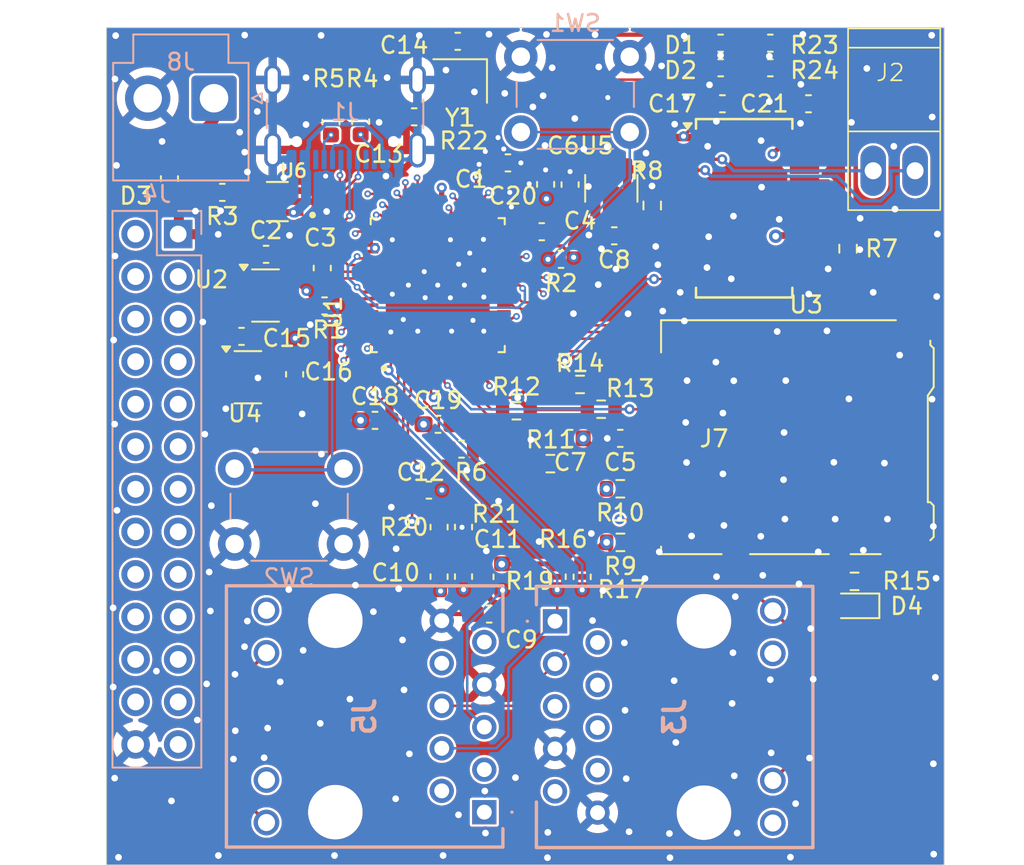
<source format=kicad_pcb>
(kicad_pcb (version 20241229) (generator "pcbnew") (generator_version "9.0")
  (layers (0 "F.Cu" signal) (4 "In1.Cu" signal) (6 "In2.Cu" signal) (8 "In3.Cu" signal) (10 "In4.Cu" signal) (12 "In5.Cu" signal) (14 "In6.Cu" signal) (2 "B.Cu" signal) (13 "F.Paste" user) (15 "B.Paste" user) (5 "F.SilkS" user "F.Silkscreen") (7 "B.SilkS" user "B.Silkscreen") (1 "F.Mask" user) (3 "B.Mask" user) (25 "Edge.Cuts" user))
  (net 0 "")
  (net 1 "Net-(U1-EXRES1)")
  (net 2 "Net-(D4-K)")
  (net 3 "+1V1")
  (net 4 "+1V2")
  (net 5 "+3.3V")
  (net 6 "Net-(J3-CT_1)")
  (net 7 "/RXM")
  (net 8 "GND")
  (net 9 "/DAT1")
  (net 10 "Net-(J3-RD-)")
  (net 11 "Net-(J3-RD+)")
  (net 12 "/RXP")
  (net 13 "Net-(J3-CT_2)")
  (net 14 "/SPEED")
  (net 15 "/TXM")
  (net 16 "/TXP")
  (net 17 "/LINK")
  (net 19 "Net-(J7-DET_A)")
  (net 20 "/DAT0")
  (net 21 "/ACTIVE")
  (net 23 "Net-(U1-TOCAP)")
  (net 24 "+BATT")
  (net 25 "+5V")
  (net 26 "/USB_Minus")
  (net 28 "Net-(J1-CC2)")
  (net 29 "/USB_Plus")
  (net 31 "Net-(J1-CC1)")
  (net 32 "/DAT3")
  (net 33 "/CMD")
  (net 34 "/DAT2")
  (net 35 "/CLK")
  (net 36 "/DUPLEX")
  (net 37 "/W5500_CLKIN")
  (net 38 "/W5500_CLKOUT")
  (net 39 "unconnected-(J3-NC-Pad8)")
  (net 40 "/CAN_CS")
  (net 41 "/CAN_STBY")
  (net 42 "/CAN_CLK")
  (net 43 "/CAN_MISO")
  (net 44 "/CAN_MOSI")
  (net 46 "/CLK_OUT")
  (net 47 "/CAN_INT")
  (net 48 "Net-(J2-Pin_1)")
  (net 49 "Net-(U3-~{RESET})")
  (net 54 "Net-(U3-RxCAN)")
  (net 56 "Net-(J2-Pin_2)")
  (net 57 "Net-(U3-RXD)")
  (net 58 "Net-(U3-OSC2)")
  (net 62 "/Ethernet_PoE")
  (net 63 "Net-(D1-A)")
  (net 64 "Net-(D2-A)")
  (net 65 "unconnected-(J5-NC-Pad8)")
  (net 66 "Net-(U1-BOOT)")
  (net 67 "Net-(U1-RUN)")
  (net 69 "Net-(D3-A)")
  (net 70 "/USB_VCC")
  (net 71 "/GPIO18")
  (net 72 "/GPIO26")
  (net 73 "/GPIO19")
  (net 74 "/GPIO29")
  (net 75 "/GPIO27")
  (net 76 "/GPIO28")
  (net 77 "/GPIO16")
  (net 78 "/SWCLK")
  (net 79 "/SWD")
  (net 80 "/GPIO2")
  (net 81 "/GPIO1")
  (net 82 "/GPIO3")
  (net 83 "/GPIO15")
  (net 84 "/GPIO0")
  (net 85 "/PMODE2")
  (net 86 "/PMODE0")
  (net 87 "/PMODE1")
  (net 88 "Net-(U6-ST)")
  (footprint "Resistor_SMD:R_0603_1608Metric" (layer "F.Cu") (at 143.005 67.26 180)
    (property "Reference" "R14")
    (property "Value" "10K")
  )
  (footprint "Resistor_SMD:R_0603_1608Metric" (layer "F.Cu") (at 145.405 73.49 180)
    (property "Reference" "R10")
    (property "Value" "10K")
  )
  (footprint "Capacitor_SMD:C_0603_1608Metric_Pad1.08x0.95mm_HandSolder" (layer "F.Cu") (at 134.5275 69.64)
    (property "Reference" "C19")
    (property "Value" "C")
  )
  (footprint "Capacitor_SMD:C_0603_1608Metric" (layer "F.Cu") (at 124.265 59.49)
    (property "Reference" "C2")
    (property "Value" "10μ")
  )
  (footprint "Resistor_SMD:R_0603_1608Metric" (layer "F.Cu") (at 159.3875 79.02)
    (property "Reference" "R15")
    (property "Value" "100")
  )
  (footprint "Resistor_SMD:R_0603_1608Metric" (layer "F.Cu") (at 139.205 68.83)
    (property "Reference" "R12")
    (property "Value" "10K")
  )
  (footprint "Capacitor_SMD:C_0603_1608Metric" (layer "F.Cu") (at 138.35 78.75 -90)
    (property "Reference" "R19")
    (property "Value" "10")
  )
  (footprint "Capacitor_SMD:C_0603_1608Metric" (layer "F.Cu") (at 134.59 78.74 -90)
    (property "Reference" "C10")
    (property "Value" "6.8n")
  )
  (footprint "Capacitor_SMD:C_0603_1608Metric" (layer "F.Cu") (at 142.41 55.325 90)
    (property "Reference" "C6")
    (property "Value" "0.1u")
  )
  (footprint "Capacitor_SMD:C_0603_1608Metric" (layer "F.Cu") (at 138.7 54.03 180)
    (property "Reference" "C1")
    (property "Value" "10nF")
  )
  (footprint "Package_TO_SOT_SMD:SOT-23-5" (layer "F.Cu") (at 123.1825 66.83)
    (property "Reference" "U4")
    (property "Value" "XC6201")
  )
  (footprint "Package_SO:SSOP-28_5.3x10.2mm_P0.65mm" (layer "F.Cu") (at 152.8 56.74)
    (property "Reference" "U3")
    (property "Value" "MCP25625-x-SS")
  )
  (footprint "Capacitor_SMD:C_0603_1608Metric" (layer "F.Cu") (at 151.399 48.351)
    (property "Reference" "D2")
    (property "Value" "LED")
  )
  (footprint "Capacitor_SMD:C_0603_1608Metric" (layer "F.Cu") (at 133.105 51.28 180)
    (property "Reference" "C13")
    (property "Value" "18p")
  )
  (footprint "Resistor_SMD:R_0603_1608Metric" (layer "F.Cu") (at 147.31 56.575 90)
    (property "Reference" "R8")
    (property "Value" "1k")
  )
  (footprint "Capacitor_SMD:C_0603_1608Metric_Pad1.08x0.95mm_HandSolder" (layer "F.Cu") (at 156.6375 50.5)
    (property "Reference" "C21")
    (property "Value" "C")
  )
  (footprint "Capacitor_SMD:C_0603_1608Metric" (layer "F.Cu") (at 136.05 78.735 -90)
    (property "Reference" "C11")
    (property "Value" "6.8n")
  )
  (footprint "Resistor_SMD:R_0603_1608Metric" (layer "F.Cu") (at 159 59.155 -90)
    (property "Reference" "R7")
    (property "Value" "10k")
  )
  (footprint "Capacitor_SMD:C_0603_1608Metric" (layer "F.Cu") (at 141.64 78.745 -90)
    (property "Reference" "R16")
    (property "Value" "49.9")
  )
  (footprint "Capacitor_SMD:C_0603_1608Metric" (layer "F.Cu") (at 141.87 59.79 180)
    (property "Reference" "R2")
    (property "Value" "R")
  )
  (footprint "Capacitor_SMD:C_0603_1608Metric" (layer "F.Cu") (at 145.045 58.385 180)
    (property "Reference" "C8")
    (property "Value" "15p")
  )
  (footprint "Capacitor_SMD:C_0603_1608Metric_Pad1.08x0.95mm_HandSolder" (layer "F.Cu") (at 118.5 54.97 90)
    (property "Reference" "D3")
    (property "Value" "D")
  )
  (footprint "Capacitor_SMD:C_0603_1608Metric" (layer "F.Cu") (at 154.359 46.881 180)
    (property "Reference" "R23")
    (property "Value" "R")
  )
  (footprint "Capacitor_SMD:C_0603_1608Metric" (layer "F.Cu") (at 125.97 66.655 -90)
    (property "Reference" "C16")
    (property "Value" "1μ")
  )
  (footprint "Capacitor_SMD:C_0603_1608Metric" (layer "F.Cu") (at 143.13 78.75 -90)
    (property "Reference" "R17")
    (property "Value" "49.9")
  )
  (footprint "Connector_Card:microSD_HC_Hirose_DM3AT-SF-PEJM5" (layer "F.Cu") (at 155.725 70.42 90)
    (property "Reference" "J7")
    (property "Value" "Micro_SD_Card_Det_Hirose_DM3AT")
  )
  (footprint "Capacitor_SMD:C_0603_1608Metric" (layer "F.Cu") (at 154.359 48.351)
    (property "Reference" "R24")
    (property "Value" "R")
  )
  (footprint "LED_SMD:LED_0603_1608Metric" (layer "F.Cu") (at 159.38 80.48 180)
    (property "Reference" "D4")
    (property "Value" "LED")
  )
  (footprint "Resistor_SMD:R_0603_1608Metric" (layer "F.Cu") (at 141.235 71.99)
    (property "Reference" "R11")
    (property "Value" "10K")
  )
  (footprint "Capacitor_SMD:C_0603_1608Metric" (layer "F.Cu") (at 137.585 80.97)
    (property "Reference" "C9")
    (property "Value" "22n")
  )
  (footprint "Capacitor_SMD:C_0603_1608Metric" (layer "F.Cu") (at 151.394 46.881)
    (property "Reference" "D1")
    (property "Value" "LED")
  )
  (footprint "LM66100DCKR:SOT65P210X110-6N" (layer "F.Cu") (at 124.94 56.34 180)
    (property "Reference" "U6")
    (property "Value" "LM66100DCKR")
  )
  (footprint "W55RP20:QFN40P800X800X90-69N" (layer "F.Cu") (at 134.51 61.33 90)
    (property "Reference" "U1")
    (property "Value" "W55RP20")
  )
  (footprint "Capacitor_SMD:C_0603_1608Metric" (layer "F.Cu") (at 140.72 58.14 180)
    (property "Reference" "C4")
    (property "Value" "4.7μ")
  )
  (footprint "Capacitor_SMD:C_0603_1608Metric" (layer "F.Cu") (at 142.415 70.48 180)
    (property "Reference" "C7")
    (property "Value" "10μ")
  )
  (footprint "Capacitor_SMD:C_0603_1608Metric" (layer "F.Cu") (at 136.07 51.28 180)
    (property "Reference" "R22")
    (property "Value" "1M")
  )
  (footprint "Capacitor_SMD:C_0603_1608Metric" (layer "F.Cu") (at 129.91 51.566734 -90)
    (property "Reference" "R4")
    (property "Value" "5.1k")
  )
  (footprint "Package_TO_SOT_SMD:SOT-23-5" (layer "F.Cu") (at 144.87 55.5525 -90)
    (property "Reference" "U5")
    (property "Value" "SiT2001B")
  )
  (footprint "Capacitor_SMD:C_0603_1608Metric" (layer "F.Cu") (at 128.14 51.585 -90)
    (property "Reference" "R5")
    (property "Value" "5.1k")
  )
  (footprint "Resistor_SMD:R_0603_1608Metric" (layer "F.Cu") (at 144.265 68.74 180)
    (property "Reference" "R13")
    (property "Value" "10K")
  )
  (footprint "Capacitor_SMD:C_0603_1608Metric" (layer "F.Cu") (at 133.985 73.57 180)
    (property "Reference" "C12")
    (property "Value" "10n")
  )
  (footprint "ILG:ILG2pin" (layer "F.Cu") (at 161.75 54.5)
    (property "Reference" "J2")
    (property "Value" "Conn_01x02_Pin")
  )
  (footprint "Capacitor_SMD:C_0603_1608Metric" (layer "F.Cu") (at 134.59 75.78 90)
    (property "Reference" "R20")
    (property "Value" "49.9")
  )
  (footprint "Capacitor_SMD:C_0603_1608Metric" (layer "F.Cu") (at 135.93 71.12)
    (property "Reference" "R6")
    (property "Value" "12.4k")
  )
  (footprint "Capacitor_SMD:C_0603_1608Metric" (layer "F.Cu") (at 135.705 46.77 180)
    (property "Reference" "C14")
    (property "Value" "18p")
  )
  (footprint "Capacitor_SMD:C_0603_1608Metric" (layer "F.Cu") (at 136.05 75.775 90)
    (property "Reference" "R21")
    (property "Value" "49.9")
  )
  (footprint "Capacitor_SMD:C_0603_1608Metric_Pad1.08x0.95mm_HandSolder" (layer "F.Cu") (at 151.5 50.5)
    (property "Reference" "C17")
    (property "Value" "C")
  )
  (footprint "Resistor_SMD:R_0603_1608Metric" (layer "F.Cu") (at 145.415 76.69 180)
    (property "Reference" "R9")
    (property "Value" "10K")
  )
  (footprint "Capacitor_SMD:C_0603_1608Metric" (layer "F.Cu") (at 121.655 55.79 180)
    (property "Reference" "R3")
    (property "Value" "R")
  )
  (footprint "Capacitor_SMD:C_0603_1608Metric" (layer "F.Cu") (at 145.405 70.48 180)
    (property "Reference" "C5")
    (property "Value" "0.1μ")
  )
  (footprint "Oscillator:Oscillator_SMD_SeikoEpson_SG210-4Pin_2.5x2.0mm" (layer "F.Cu") (at 135.85 49.14 180)
    (property "Reference" "Y1")
    (property "Value" "FA-128")
  )
  (footprint "Capacitor_SMD:C_0603_1608Metric" (layer "F.Cu") (at 122.8 64.39)
    (property "Reference" "C15")
    (property "Value" "1μ")
  )
  (footprint "Capacitor_SMD:C_0603_1608Metric_Pad1.08x0.95mm_HandSolder" (layer "F.Cu") (at 140.95 55.3125 90)
    (property "Reference" "C20")
    (property "Value" "C")
  )
  (footprint "Package_TO_SOT_SMD:TSOT-23-5" (layer "F.Cu") (at 124.2325 61.95)
    (property "Reference" "U2")
    (property "Value" "RT9080")
  )
  (footprint "Capacitor_SMD:C_0603_1608Metric" (layer "F.Cu") (at 127.62 60.31 90)
    (property "Reference" "C3")
    (property "Value" "10μ")
  )
  (footprint "Capacitor_SMD:C_0603_1608Metric" (layer "F.Cu") (at 127.755 62.57 180)
    (property "Reference" "R1")
    (property "Value" "1k")
  )
  (footprint "Capacitor_SMD:C_0603_1608Metric_Pad1.08x0.95mm_HandSolder" (layer "F.Cu") (at 130.7675 69.405)
    (property "Reference" "C18")
    (property "Value" "C")
  )
  (footprint "Button_Switch_THT:SW_PUSH_6mm_H7.3mm" (layer "B.Cu") (at 122.39 76.79)
    (property "Reference" "SW2")
    (property "Value" "SW_Push")
  )
  (footprint "Connector_PinHeader_2.54mm:PinHeader_2x13_P2.54mm_Vertical" (layer "B.Cu") (at 119.02 58.28 180)
    (property "Reference" "J4")
    (property "Value" "Conn_02x13_Top_Bottom")
  )
  (footprint "Button_Switch_THT:SW_PUSH_6mm_H7.3mm" (layer "B.Cu") (at 145.97 47.69 180)
    (property "Reference" "SW1")
    (property "Value" "SW_Push")
  )
  (footprint "TMJD4152NENLC:TMJD4152NENLC" (layer "B.Cu") (at 141.51 81.4 90)
    (property "Reference" "J3")
    (property "Value" "TMJD4152NENLC" (hide yes))
  )
  (footprint "TMJD4152NENLC:TMJD4152NENLC" (layer "B.Cu") (at 137.29 92.8 -90)
    (property "Reference" "J5")
    (property "Value" "TMJD4152NENLC" (hide yes))
  )
  (footprint "Connector_USB:USB_C_Receptacle_GCT_USB4105-xx-A_16P_TopMnt_Horizontal" (layer "B.Cu") (at 128.98 50.151734)
    (property "Reference" "J1")
    (property "Value" "USB_C_Receptacle_USB2.0_16P")
  )
  (footprint "Connector_JST:JST_VH_B2P-VH-B_1x02_P3.96mm_Vertical" (layer "B.Cu") (at 121.16 50.17 180)
    (property "Reference" "J8")
    (property "Value" "Conn_01x02_Pin")
  )
  (gr_rect (start 114.74 45.95) (end 164.74 95.95) (stroke (width 0.05)) (fill no) (layer "Edge.Cuts"))
  (segment (start 133.71 68.279588) (end 133.71 65.28) (width 0.15) (layer "F.Cu") (net 1))
  (segment (start 134.5765 69.146088) (end 133.71 68.279588) (width 0.15) (layer "F.Cu") (net 1))
  (segment (start 135.155 71.12) (end 134.5765 70.5415) (width 0.15) (layer "F.Cu") (net 1))
  (segment (start 134.5765 70.5415) (end 134.5765 69.146088) (width 0.15) (layer "F.Cu") (net 1))
  (segment (start 160.1675 79.0225) (end 160.1675 80.48) (width 0.2) (layer "F.Cu") (net 2))
  (segment (start 160.17 79.02) (end 160.1675 79.0225) (width 0.2) (layer "F.Cu") (net 2))
  (segment (start 139.401 61.341) (end 139.201735 61.341) (width 0.15) (layer "F.Cu") (net 3))
  (segment (start 139.201735 61.34) (end 138.314611 61.34) (width 0.15) (layer "F.Cu") (net 3))
  (segment (start 130 61.73) (end 130.39 61.73) (width 0.15) (layer "F.Cu") (net 3))
  (segment (start 129.835 59.73) (end 130.39 59.73) (width 0.15) (layer "F.Cu") (net 3))
  (segment (start 129.725 59.62) (end 129.835 59.73) (width 0.15) (layer "F.Cu") (net 3))
  (segment (start 138.303611 61.33) (end 138.29 61.33) (width 0.15) (layer "F.Cu") (net 3))
  (segment (start 129.7 61.45) (end 129.779652 61.529652) (width 0.15) (layer "F.Cu") (net 3))
  (segment (start 139.58 61.52) (end 139.401 61.341) (width 0.15) (layer "F.Cu") (net 3))
  (segment (start 129.799652 61.529652) (end 130 61.73) (width 0.15) (layer "F.Cu") (net 3))
  (segment (start 129.779652 61.529652) (end 129.799652 61.529652) (width 0.15) (layer "F.Cu") (net 3))
  (segment (start 129.7 59.62) (end 129.725 59.62) (width 0.15) (layer "F.Cu") (net 3))
  (segment (start 138.314611 61.341) (end 138.303611 61.33) (width 0.15) (layer "F.Cu") (net 3))
  (via (at 129.7 59.62) (size 0.4) (drill 0.2) (layers "F.Cu" "B.Cu") (net 3))
  (via (at 129.7 61.45) (size 0.4) (drill 0.2) (layers "F.Cu" "B.Cu") (net 3))
  (via (at 139.58 61.52) (size 0.4) (drill 0.2) (layers "F.Cu" "B.Cu") (net 3))
  (segment (start 139.3 62.68) (end 130.93 62.68) (width 0.15) (layer "B.Cu") (net 3))
  (segment (start 129.15 60.9) (end 129.7 61.45) (width 0.15) (layer "B.Cu") (net 3))
  (segment (start 139.71 61.65) (end 139.71 62.27) (width 0.15) (layer "B.Cu") (net 3))
  (segment (start 129.61 59.71) (end 129.61 59.75) (width 0.15) (layer "B.Cu") (net 3))
  (segment (start 139.71 62.27) (end 139.3 62.68) (width 0.15) (layer "B.Cu") (net 3))
  (segment (start 129.61 59.75) (end 129.15 60.21) (width 0.15) (layer "B.Cu") (net 3))
  (segment (start 130.93 62.68) (end 129.7 61.45) (width 0.15) (layer "B.Cu") (net 3))
  (segment (start 139.58 61.52) (end 139.71 61.65) (width 0.15) (layer "B.Cu") (net 3))
  (segment (start 129.15 60.21) (end 129.15 60.9) (width 0.15) (layer "B.Cu") (net 3))
  (segment (start 129.7 59.62) (end 129.61 59.71) (width 0.15) (layer "B.Cu") (net 3))
  (segment (start 137.71 57.38) (end 138.23 56.86) (width 0.15) (layer "F.Cu") (net 4))
  (segment (start 138.23 56.86) (end 138.23 54.335) (width 0.15) (layer "F.Cu") (net 4))
  (segment (start 138.23 54.335) (end 137.925 54.03) (width 0.15) (layer "F.Cu") (net 4))
  (segment (start 142.18 67.26) (end 140.07 67.26) (width 0.25) (layer "F.Cu") (net 5))
  (segment (start 144.81 71.99) (end 145.61 71.99) (width 0.4) (layer "F.Cu") (net 5))
  (segment (start 126.415 61.415) (end 126.415 61.085) (width 0.3) (layer "F.Cu") (net 5))
  (segment (start 134.91 57.38) (end 134.64 57.11) (width 0.15) (layer "F.Cu") (net 5))
  (segment (start 136.11 66.423612) (end 136.698194 67.011806) (width 0.15) (layer "F.Cu") (net 5))
  (segment (start 145.61 71.99) (end 146.655 70.945) (width 0.4) (layer "F.Cu") (net 5))
  (segment (start 126.674265 61.674265) (end 126.415 61.415) (width 0.3) (layer "F.Cu") (net 5))
  (segment (start 126.98 61.98) (end 126.674265 61.674265) (width 0.3) (layer "F.Cu") (net 5))
  (segment (start 127.62 61.085) (end 127.775 60.93) (width 0.15) (layer "F.Cu") (net 5))
  (segment (start 156.942 80.48) (end 155.576 81.846) (width 0.2) (layer "F.Cu") (net 5))
  (segment (start 139.58 62.36) (end 138.95 61.73) (width 0.15) (layer "F.Cu") (net 5))
  (segment (start 134.64 57.11) (end 134.64 57) (width 0.15) (layer "F.Cu") (net 5))
  (segment (start 126.98 62.57) (end 126.98 61.98) (width 0.3) (layer "F.Cu") (net 5))
  (segment (start 134.2725 68.0275) (end 134.11 67.865) (width 0.15) (layer "F.Cu") (net 5))
  (segment (start 143.44 68.74) (end 140.12 68.74) (width 0.25) (layer "F.Cu") (net 5))
  (segment (start 132.124 65.783978) (end 132.156 65.815978) (width 0.15) (layer "F.Cu") (net 5))
  (segment (start 126.5 61.5) (end 126.25 61.25) (width 0.3) (layer "F.Cu") (net 5))
  (segment (start 127.23 61.73) (end 126.73 61.73) (width 0.3) (layer "F.Cu") (net 5))
  (segment (start 139.49 58.99) (end 139.15 59.33) (width 0.2) (layer "F.Cu") (net 5))
  (segment (start 127.775 60.93) (end 129.5 60.93) (width 0.15) (layer "F.Cu") (net 5))
  (segment (start 130.768527 59.12) (end 130.56 58.911473) (width 0.15) (layer "F.Cu") (net 5))
  (segment (start 151.6075 49.53) (end 154.47 49.53) (width 0.15) (layer "F.Cu") (net 5))
  (segment (start 139.28 68.08) (end 140.03 68.83) (width 0.3) (layer "F.Cu") (net 5))
  (segment (start 134.737169 56.322831) (end 134.57 56.49) (width 0.3) (layer "F.Cu") (net 5))
  (segment (start 142.62 59.67) (end 142.61 59.68) (width 0.15) (layer "F.Cu") (net 5))
  (segment (start 132.156 67.154) (end 129.905 69.405) (width 0.15) (layer "F.Cu") (net 5))
  (segment (start 139.15 59.33) (end 138.46 59.33) (width 0.15) (layer "F.Cu") (net 5))
  (segment (start 155.576 89.844) (end 155.576 81.846) (width 0.2) (layer "F.Cu") (net 5))
  (segment (start 126.25 61.25) (end 126.415 61.085) (width 0.3) (layer "F.Cu") (net 5))
  (segment (start 140.07 67.26) (end 139.28 68.05) (width 0.25) (layer "F.Cu") (net 5))
  (segment (start 129.279756 62.13) (end 128.234756 61.085) (width 0.15) (layer "F.Cu") (net 5))
  (segment (start 155.134 46.881) (end 155.134 48.351) (width 0.15) (layer "F.Cu") (net 5))
  (segment (start 142.62 59.67) (end 141.94 58.99) (width 0.2) (layer "F.Cu") (net 5))
  (segment (start 136.698194 67.253787) (end 137.494407 68.05) (width 0.15) (layer "F.Cu") (net 5))
  (segment (start 124.29 93.42) (end 123.224 92.354) (width 0.2) (layer "F.Cu") (net 5))
  (segment (start 130.16 60.93) (end 129.5 60.93) (width 0.15) (layer "F.Cu") (net 5))
  (segment (start 127.62 61.085) (end 126.915 61.085) (width 0.3) (layer "F.Cu") (net 5))
  (segment (start 128.234756 61.085) (end 127.62 61.085) (width 0.15) (layer "F.Cu") (net 5))
  (segment (start 144.59 76.69) (end 144.415 76.69) (width 0.3) (layer "F.Cu") (net 5))
  (segment (start 144.59 76.69) (end 144.59 76.95) (width 0.2) (layer "F.Cu") (net 5))
  (segment (start 141 56.175) (end 142.685 56.175) (width 0.4) (layer "F.Cu") (net 5))
  (segment (start 158.965 58.365) (end 159 58.33) (width 0.3) (layer "F.Cu") (net 5))
  (segment (start 139.28 68.05) (end 139.28 68.08) (width 0.3) (layer "F.Cu") (net 5))
  (segment (start 134.64 57.32) (end 134.7 57.38) (width 0.3) (layer "F.Cu") (net 5))
  (segment (start 126.73 61.73) (end 126.674265 61.674265) (width 0.3) (layer "F.Cu") (net 5))
  (segment (start 154.51 90.91) (end 155.576 89.844) (width 0.2) (layer "F.Cu") (net 5))
  (segment (start 123.224 84.356) (end 124.29 83.29) (width 0.2) (layer "F.Cu") (net 5))
  (segment (start 133.31 65.28) (end 133.31 69.285) (width 0.15) (layer "F.Cu") (net 5))
  (segment (start 146.645 70.945) (end 146.18 70.48) (width 0.4) (layer "F.Cu") (net 5))
  (segment (start 126 61) (end 125.37 61) (width 0.3) (layer "F.Cu") (net 5))
  (segment (start 126.674265 61.674265) (end 126.5 61.5) (width 0.3) (layer "F.Cu") (net 5))
  (segment (start 158.5925 80.48) (end 156.942 80.48) (width 0.2) (layer "F.Cu") (net 5))
  (segment (start 134.75 55.855637) (end 134.737169 55.868468) (width 0.3) (layer "F.Cu") (net 5))
  (segment (start 134.11 67.865) (end 134.11 65.28) (width 0.15) (layer "F.Cu") (net 5))
  (segment (start 132.11 65.28) (end 132.124 65.294) (width 0.15) (layer "F.Cu") (net 5))
  (segment (start 145.686 78.046) (end 151.776 78.046) (width 0.2) (layer "F.Cu") (net 5))
  (segment (start 126.25 61.25) (end 126 61) (width 0.3) (layer "F.Cu") (net 5))
  (segment (start 134.57 56.49) (end 134.57 56.93) (width 0.3) (layer "F.Cu") (net 5))
  (segment (start 142.61 61.05) (end 141.3 62.36) (width 0.15) (layer "F.Cu") (net 5))
  (segment (start 150.6375 50.982498) (end 150.6375 50.5) (width 0.2) (layer "F.Cu") (net 5))
  (segment (start 138.35 77.975) (end 141.635 77.975) (width 0.3) (layer "F.Cu") (net 5))
  (segment (start 155.134 48.866) (end 155.134 48.351) (width 0.15) (layer "F.Cu") (net 5))
  (segment (start 123.224 92.354) (end 123.224 84.356) (width 0.2) (layer "F.Cu") (net 5))
  (segment (start 127.62 61.085) (end 127.26353 61.085) (width 0.3) (layer "F.Cu") (net 5))
  (segment (start 130.56 61.33) (end 130.56 60.93) (width 0.15) (layer "F.Cu") (net 5))
  (segment (start 133.31 69.285) (end 133.665 69.64) (width 0.15) (layer "F.Cu") (net 5))
  (segment (start 132.124 65.294) (end 132.124 65.783978) (width 0.15) (layer "F.Cu") (net 5))
  (segment (start 143.915 56.695) (end 143.92 56.69) (width 0.4) (layer "F.Cu") (net 5))
  (segment (start 130.56 62.13) (end 129.279756 62.13) (width 0.15) (layer "F.Cu") (net 5))
  (segment (start 132.156 65.815978) (end 132.156 67.154) (width 0.15) (layer "F.Cu") (net 5))
  (segment (start 127.62 61.34) (end 127.48 61.48) (width 0.3) (layer "F.Cu") (net 5))
  (segment (start 148 70.945) (end 146.645 70.945) (width 0.4) (layer "F.Cu") (net 5))
  (segment (start 144.415 76.69) (end 143.13 77.975) (width 0.3) (layer "F.Cu") (net 5))
  (segment (start 142.61 59.68) (end 142.61 61.05) (width 0.15) (layer "F.Cu") (net 5))
  (segment (start 140.12 68.74) (end 140.03 68.83) (width 0.3) (layer "F.Cu") (net 5))
  (segment (start 130.56 61.33) (end 130.16 60.93) (width 0.15) (layer "F.Cu") (net 5))
  (segment (start 143.19 70.48) (end 144.7 71.99) (width 0.4) (layer "F.Cu") (net 5))
  (segment (start 146.655 70.945) (end 148 70.945) (width 0.4) (layer "F.Cu") (net 5))
  (segment (start 149.18 52.439998) (end 150.6375 50.982498) (width 0.2) (layer "F.Cu") (net 5))
  (segment (start 151.776 78.046) (end 154.51 80.78) (width 0.2) (layer "F.Cu") (net 5))
  (segment (start 154.47 49.53) (end 155.134 48.866) (width 0.15) (layer "F.Cu") (net 5))
  (segment (start 134.57 56.93) (end 134.64 57) (width 0.3) (layer "F.Cu") (net 5))
  (segment (start 138.3325 77.9925) (end 138.35 77.975) (width 0.2) (layer "F.Cu") (net 5))
  (segment (start 142.685 56.175) (end 143.205 56.695) (width 0.4) (layer "F.Cu") (net 5))
  (segment (start 128.969 63.321) (end 127.731 63.321) (width 0.15) (layer "F.Cu") (net 5))
  (segment (start 143.205 56.695) (end 143.915 56.695) (width 0.4) (layer "F.Cu") (net 5))
  (segment (start 154.725 58.365) (end 154.68 58.41) (width 0.4) (layer "F.Cu") (net 5))
  (segment (start 129.36 62.93) (end 128.969 63.321) (width 0.15) (layer "F.Cu") (net 5))
  (segment (start 130.56 62.93) (end 129.36 62.93) (width 0.15) (layer "F.Cu") (net 5))
  (segment (start 125.37 61) (end 127.535 61) (width 0.3) (layer "F.Cu") (net 5))
  (segment (start 130.56 58.911473) (end 130.56 58.53) (width 0.15) (layer "F.Cu") (net 5))
  (segment (start 141.3 62.36) (end 139.58 62.36) (width 0.15) (layer "F.Cu") (net 5))
  (segment (start 134.737169 55.868468) (end 134.737169 56.322831) (width 0.3) (layer "F.Cu") (net 5))
  (segment (start 141.94 58.99) (end 139.49 58.99) (width 0.2) (layer "F.Cu") (net 5))
  (segment (start 127.26353 61.085) (end 126.674265 61.674265) (width 0.3) (layer "F.Cu") (net 5))
  (segment (start 143.13 77.975) (end 141.645 77.975) (width 0.3) (layer "F.Cu") (net 5))
  (segment (start 155.576 81.846) (end 154.51 80.78) (width 0.2) (layer "F.Cu") (net 5))
  (segment (start 134.75 55.509127) (end 134.75 55.855637) (width 0.3) (layer "F.Cu") (net 5))
  (segment (start 141.645 77.975) (end 141.64 77.97) (width 0.3) (layer "F.Cu") (net 5))
  (segment (start 136.11 65.28) (end 136.11 66.423612) (width 0.15) (layer "F.Cu") (net 5))
  (segment (start 127.535 61) (end 127.62 61.085) (width 0.3) (layer "F.Cu") (net 5))
  (segment (start 134.91 57.38) (end 134.51 57.38) (width 0.15) (layer "F.Cu") (net 5))
  (segment (start 156.38 58.365) (end 158.965 58.365) (width 0.3) (layer "F.Cu") (net 5))
  (segment (start 144.59 76.95) (end 145.686 78.046) (width 0.2) (layer "F.Cu") (net 5))
  (segment (start 126.86853 61.48) (end 127.48 61.48) (width 0.3) (layer "F.Cu") (net 5))
  (segment (start 136.698194 67.011806) (end 136.698194 67.253787) (width 0.15) (layer "F.Cu") (net 5))
  (segment (start 140.379 56.175) (end 138.46 58.094) (width 0.25) (layer "F.Cu") (net 5))
  (segment (start 137.494407 68.05) (end 139.28 68.05) (width 0.15) (layer "F.Cu") (net 5))
  (segment (start 130.56 59.33) (end 130.56 58.53) (width 0.15) (layer "F.Cu") (net 5))
  (segment (start 127.62 61.085) (end 127.62 61.34) (width 0.3) (layer "F.Cu") (net 5))
  (segment (start 150.6375 50.5) (end 151.6075 49.53) (width 0.15) (layer "F.Cu") (net 5))
  (segment (start 142.06 71.99) (end 144.81 71.99) (width 0.4) (layer "F.Cu") (net 5))
  (segment (start 126.674265 61.674265) (end 126.86853 61.48) (width 0.3) (layer "F.Cu") (net 5))
  (segment (start 141 56.175) (end 140.379 56.175) (width 0.25) (layer "F.Cu") (net 5))
  (segment (start 140.95 56.175) (end 141 56.175) (width 0.15) (layer "F.Cu") (net 5))
  (segment (start 127.48 61.48) (end 127.23 61.73) (width 0.3) (layer "F.Cu") (net 5))
  (segment (start 138.95 61.73) (end 138.46 61.73) (width 0.15) (layer "F.Cu") (net 5))
  (segment (start 126.415 61.085) (end 127.26353 61.085) (width 0.3) (layer "F.Cu") (net 5))
  (segment (start 141.635 77.975) (end 141.64 77.97) (width 0.3) (layer "F.Cu") (net 5))
  (segment (start 129.5 60.93) (end 130.56 60.93) (width 0.15) (layer "F.Cu") (net 5))
  (segment (start 127.731 63.321) (end 126.98 62.57) (width 0.15) (layer "F.Cu") (net 5))
  (segment (start 134.64 57) (end 134.64 57.32) (width 0.3) (layer "F.Cu") (net 5))
  (segment (start 144.7 71.99) (end 144.81 71.99) (width 0.4) (layer "F.Cu") (net 5))
  (segment (start 156.38 58.365) (end 154.725 58.365) (width 0.4) (layer "F.Cu") (net 5))
  (segment (start 126.915 61.085) (end 126.5 61.5) (width 0.3) (layer "F.Cu") (net 5))
  (segment (start 127.23 61.73) (end 126.98 61.98) (width 0.3) (layer "F.Cu") (net 5))
  (via (at 144.58 73.49) (size 0.8) (drill 0.4) (layers "F.Cu" "B.Cu") (net 5))
  (via (at 154.68 58.41) (size 0.8) (drill 0.4) (layers "F.Cu" "B.Cu") (net 5))
  (via (at 141 56.175) (size 0.6) (drill 0.3) (layers "F.Cu" "B.Cu") (net 5))
  (via (at 134.2725 68.0275) (size 0.6) (drill 0.3) (layers "F.Cu" "B.Cu") (net 5))
  (via (at 129.905 69.405) (size 0.8) (drill 0.4) (layers "F.Cu" "B.Cu") (net 5))
  (via (at 149.18 52.439998) (size 0.6) (drill 0.3) (layers "F.Cu" "B.Cu") (net 5))
  (via (at 124.29 93.42) (size 0.5) (drill 0.3) (layers "F.Cu" "B.Cu") (net 5))
  (via (at 124.29 83.29) (size 0.5) (drill 0.3) (layers "F.Cu" "B.Cu") (net 5))
  (via (at 154.51 80.78) (size 0.5) (drill 0.3) (layers "F.Cu" "B.Cu") (net 5))
  (via (at 143.19 70.48) (size 0.8) (drill 0.4) (layers "F.Cu" "B.Cu") (net 5))
  (via (at 144.59 76.69) (size 0.8) (drill 0.4) (layers "F.Cu" "B.Cu") (net 5))
  (via (at 134.75 55.509127) (size 0.6) (drill 0.3) (layers "F.Cu" "B.Cu") (net 5))
  (via (at 154.51 90.91) (size 0.5) (drill 0.3) (layers "F.Cu" "B.Cu") (net 5))
  (via (at 126.674265 61.674265) (size 0.6) (drill 0.3) (layers "F.Cu" "B.Cu") (net 5))
  (via (at 133.665 69.64) (size 0.8) (drill 0.4) (layers "F.Cu" "B.Cu") (net 5))
  (via (at 138.3325 77.9925) (size 0.8) (drill 0.4) (layers "F.Cu" "B.Cu") (net 5))
  (via (at 142.62 59.67) (size 0.6) (drill 0.3) (layers "F.Cu" "B.Cu") (net 5))
  (via (at 139.28 68.05) (size 0.8) (drill 0.4) (layers "F.Cu" "B.Cu") (net 5))
  (via (at 130.768527 59.12) (size 0.6) (drill 0.3) (layers "F.Cu" "B.Cu") (net 5))
  (segment (start 138.355 79.525) (end 138.38 79.55) (width 0.15) (layer "F.Cu") (net 6))
  (segment (start 138.36 79.57) (end 138.38 79.55) (width 0.15) (layer "F.Cu") (net 6))
  (segment (start 138.36 80.97) (end 138.36 79.57) (width 0.15) (layer "F.Cu") (net 6))
  (segment (start 138.35 79.525) (end 138.355 79.525) (width 0.15) (layer "F.Cu") (net 6))
  (via (at 137.29 87.72) (size 0.5) (drill 0.3) (layers "F.Cu" "B.Cu") (net 6))
  (via (at 138.38 79.55) (size 0.6) (drill 0.3) (layers "F.Cu" "B.Cu") (net 6))
  (via (at 144.05 82.67) (size 0.5) (drill 0.3) (layers "F.Cu" "B.Cu") (net 6))
  (segment (start 136.27 81.66) (end 136.27 86.7) (width 0.15) (layer "B.Cu") (net 6))
  (segment (start 138.38 79.55) (end 136.27 81.66) (width 0.15) (layer "B.Cu") (net 6))
  (segment (start 136.27 86.7) (end 137.29 87.72) (width 0.15) (layer "B.Cu") (net 6))
  (segment (start 132.45 74.415) (end 132.45 67.75) (width 0.15) (layer "F.Cu") (net 7))
  (segment (start 132.9775 75.4375) (end 132.9775 74.9425) (width 0.15) (layer "F.Cu") (net 7))
  (segment (start 132.51 67.69) (end 132.51 65.28) (width 0.15) (layer "F.Cu") (net 7))
  (segment (start 134.6 77.06) (end 134.6 77.97) (width 0.15) (layer "F.Cu") (net 7))
  (segment (start 132.45 67.75) (end 132.51 67.69) (width 0.15) (layer "F.Cu") (net 7))
  (segment (start 132.9775 74.9425) (end 132.45 74.415) (width 0.15) (layer "F.Cu") (net 7))
  (segment (start 134.59 76.555) (end 134.59 77.96) (width 0.15) (layer "F.Cu") (net 7))
  (segment (start 132.9775 75.4375) (end 134.6 77.06) (width 0.15) (layer "F.Cu") (net 7))
  (via (at 132.9775 75.4375) (size 0.6) (drill 0.3) (layers "F.Cu" "B.Cu") (net 7))
  (segment (start 136.513413 63.743413) (end 136.51 63.74) (width 0.15) (layer "F.Cu") (net 8))
  (segment (start 137.24 58.6) (end 134.51 61.33) (width 0.15) (layer "F.Cu") (net 8))
  (segment (start 133.54 58.62) (end 131.8 58.62) (width 0.15) (layer "F.Cu") (net 8))
  (segment (start 126.19 63.01) (end 126.19 63.040466) (width 0.25) (layer "F.Cu") (net 8))
  (segment (start 153.71 78.46) (end 153.515 78.46) (width 0.25) (layer "F.Cu") (net 8))
  (segment (start 122.432501 61.95) (end 122.03 62.352501) (width 0.25) (layer "F.Cu") (net 8))
  (segment (start 131.71 64.13) (end 131.8 64.04) (width 0.15) (layer "F.Cu") (net 8))
  (segment (start 123.3065 64.6585) (end 123.575 64.39) (width 0.3) (layer "F.Cu") (net 8))
  (segment (start 133.263266 53.22) (end 132.59 53.22) (width 0.4) (layer "F.Cu") (net 8))
  (segment (start 135 48.49) (end 135 48.4) (width 0.25) (layer "F.Cu") (net 8))
  (segment (start 131.8 64.04) (end 131.8 61.87) (width 0.15) (layer "F.Cu") (net 8))
  (segment (start 125.37 62.9) (end 126.08 62.9) (width 0.25) (layer "F.Cu") (net 8))
  (segment (start 126.9 63.69) (end 126.76 63.83) (width 0.25) (layer "F.Cu") (net 8))
  (segment (start 133.3 53.256734) (end 133.3 53.587631) (width 0.4) (layer "F.Cu") (net 8))
  (segment (start 135.39 69.17) (end 134.74 68.52) (width 0.25) (layer "F.Cu") (net 8))
  (segment (start 135 48.4) (end 133.8 47.2) (width 0.25) (layer "F.Cu") (net 8))
  (segment (start 121.71 58.6) (end 121.71 61.227499) (width 0.25) (layer "F.Cu") (net 8))
  (segment (start 131.76 64.08) (end 133.32 64.08) (width 0.15) (layer "F.Cu") (net 8))
  (segment (start 132.65 51.6) (end 132.65 53.079821) (width 0.4) (layer "F.Cu") (net 8))
  (segment (start 132.33 51.28) (end 132.243647 51.28) (width 0.4) (layer "F.Cu") (net 8))
  (segment (start 122.045 66.83) (end 122.923 66.83) (width 0.3) (layer "F.Cu") (net 8))
  (segment (start 133.3 53.587631) (end 132.083815 54.803816) (width 0.4) (layer "F.Cu") (net 8))
  (segment (start 135.175 60.665) (end 134.51 61.33) (width 0.15) (layer "F.Cu") (net 8))
  (segment (start 121.71 61.227499) (end 122.432501 61.95) (width 0.25) (layer "F.Cu") (net 8))
  (segment (start 137.26 61.36) (end 137.26 62.04) (width 0.15) (layer "F.Cu") (net 8))
  (segment (start 122.03 62.76794) (end 122.03603 62.77397) (width 0.25) (layer "F.Cu") (net 8))
  (segment (start 136.42 59.42) (end 135.76 60.08) (width 0.15) (layer "F.Cu") (net 8))
  (segment (start 134.51 61.33) (end 136.1 61.33) (width 0.15) (layer "F.Cu") (net 8))
  (segment (start 134.51 61.33) (end 133.705 60.525) (width 0.15) (layer "F.Cu") (net 8))
  (segment (start 123.3315 66.4215) (end 123.78 66.87) (width 0.3) (layer "F.Cu") (net 8))
  (segment (start 137.22 58.62) (end 135.27 58.62) (width 0.15) (layer "F.Cu") (net 8))
  (segment (start 122.03 62.352501) (end 122.03 62.76794) (width 0.25) (layer "F.Cu") (net 8))
  (segment (start 136.81 80.97) (end 135.15 80.97) (width 0.25) (layer "F.Cu") (net 8))
  (segment (start 126.19 63.040466) (end 126.520534 63.371) (width 0.25) (layer "F.Cu") (net 8))
  (segment (start 136.705 71.12) (end 136.705 70.955) (width 0.25) (layer "F.Cu") (net 8))
  (segment (start 123.3315 66.4215) (end 123.3065 66.3965) (width 0.3) (layer "F.Cu") (net 8))
  (segment (start 138.46 62.93) (end 136.11 62.93) (width 0.15) (layer "F.Cu") (net 8))
  (segment (start 122.923 66.83) (end 123.3315 66.4215) (width 0.3) (layer "F.Cu") (net 8))
  (segment (start 136.615 63.435) (end 137.26 64.08) (width 0.15) (layer "F.Cu") (net 8))
  (segment (start 133.3 53.256734) (end 133.3 52.25) (width 0.4) (layer "F.Cu") (net 8))
  (segment (start 126.76 63.83) (end 126.3 63.83) (width 0.25) (layer "F.Cu") (net 8))
  (segment (start 137.24 58.6) (end 136.42 59.42) (width 0.15) (layer "F.Cu") (net 8))
  (segment (start 136.705 70.955) (end 135.39 69.64) (width 0.25) (layer "F.Cu") (net 8))
  (segment (start 132.76 59.58) (end 131.8 58.62) (width 0.15) (layer "F.Cu") (net 8))
  (segment (start 133.3 53.256734) (end 133.263266 53.22) (width 0.4) (layer "F.Cu") (net 8))
  (segment (start 136.1 61.33) (end 137.23 61.33) (width 0.15) (layer "F.Cu") (net 8))
  (segment (start 136.09 81.69) (end 136.09 82.84) (width 0.25) (layer "F.Cu") (net 8))
  (segment (start 131.8 61.87) (end 132.34 61.33) (width 0.15) (layer "F.Cu") (net 8))
  (segment (start 131.8 60.41) (end 131.8 58.62) (width 0.15) (layer "F.Cu") (net 8))
  (segment (start 137.23 61.33) (end 137.26 61.36) (width 0.15) (layer "F.Cu") (net 8))
  (segment (start 135.34 64.08) (end 137.26 64.08) (width 0.15) (layer "F.Cu") (net 8))
  (segment (start 137.24 58.6) (end 137.22 58.62) (width 0.15) (layer "F.Cu") (net 8))
  (segment (start 131.8 61.87) (end 131.8 60.41) (width 0.15) (layer "F.Cu") (net 8))
  (segment (start 149.136 46.376) (end 143.76 46.376) (width 0.25) (layer "F.Cu") (net 8))
  (segment (start 137.24 58.6) (end 137.26 58.62) (width 0.15) (layer "F.Cu") (net 8))
  (segment (start 135.39 69.64) (end 135.39 69.17) (width 0.25) (layer "F.Cu") (net 8))
  (segment (start 132.34 61.33) (end 132.76 61.33) (width 0.15) (layer "F.Cu") (net 8))
  (segment (start 131.09 52.433647) (end 131.09 52.66) (width 0.4) (layer "F.Cu") (net 8))
  (segment (start 137.26 60.44) (end 137.26 61.36) (width 0.15) (layer "F.Cu") (net 8))
  (segment (start 134.51 61.33) (end 133.76 62.08) (width 0.15) (layer "F.Cu") (net 8))
  (segment (start 149.22 46.46) (end 149.136 46.376) (width 0.25) (layer "F.Cu") (net 8))
  (segment (start 148.175 58.365) (end 147.52 59.02) (width 0.25) (layer "F.Cu") (net 8))
  (segment (start 126.08 62.9) (end 126.19 63.01) (width 0.25) (layer "F.Cu") (net 8))
  (segment (start 126.520534 63.371) (end 127.01 63.371) (width 0.25) (layer "F.Cu") (net 8))
  (segment (start 135.095 61.915) (end 135.265 62.085) (width 0.15) (layer "F.Cu") (net 8))
  (segment (start 132.33 51.28) (end 132.65 51.6) (width 0.4) (layer "F.Cu") (net 8))
  (segment (start 137.26 58.62) (end 137.26 60.44) (width 0.15) (layer "F.Cu") (net 8))
  (segment (start 123.095 61.95) (end 122.432501 61.95) (width 0.25) (layer "F.Cu") (net 8))
  (segment (start 133.32 64.08) (end 135.34 64.08) (width 0.15) (layer "F.Cu") (net 8))
  (segment (start 126.3 63.83) (end 125.37 62.9) (width 0.25) (layer "F.Cu") (net 8))
  (segment (start 131.71 64.13) (end 131.76 64.08) (width 0.15) (layer "F.Cu") (net 8))
  (segment (start 134.51 61.33) (end 135.095 61.915) (width 0.15) (layer "F.Cu") (net 8))
  (segment (start 136.81 80.97) (end 136.09 81.69) (width 0.25) (layer "F.Cu") (net 8))
  (segment (start 123.3065 66.3965) (end 123.3065 64.6585) (width 0.3) (layer "F.Cu") (net 8))
  (segment (start 134.51 61.33) (end 136.615 63.435) (width 0.15) (layer "F.Cu") (net 8))
  (segment (start 135.265 62.085) (end 136.11 62.93) (width 0.15) (layer "F.Cu") (net 8))
  (segment (start 133.3 52.25) (end 132.33 51.28) (width 0.4) (layer "F.Cu") (net 8))
  (segment (start 137.26 62.04) (end 137.26 64.08) (width 0.15) (layer "F.Cu") (net 8))
  (segment (start 132.76 61.33) (end 134.51 61.33) (width 0.15) (layer "F.Cu") (net 8))
  (segment (start 133.705 60.525) (end 132.76 59.58) (width 0.15) (layer "F.Cu") (net 8))
  (segment (start 132.455 63.385) (end 131.71 64.13) (width 0.15) (layer "F.Cu") (net 8))
  (segment (start 153.91 78.66) (end 153.71 78.46) (width 0.25) (layer "F.Cu") (net 8))
  (segment (start 133.3 50.31) (end 132.33 51.28) (width 0.25) (layer "F.Cu") (net 8))
  (segment (start 133.3 49.076734) (end 133.3 50.31) (width 0.25) (layer "F.Cu") (net 8))
  (segment (start 153.515 78.46) (end 152.3 77.245) (width 0.25) (layer "F.Cu") (net 8))
  (segment (start 135.76 60.08) (end 135.175 60.665) (width 0.15) (layer "F.Cu") (net 8))
  (segment (start 135.27 58.62) (end 133.54 58.62) (width 0.15) (layer "F.Cu") (net 8))
  (segment (start 149.2 58.365) (end 148.175 58.365) (width 0.25) (layer "F.Cu") (net 8))
  (segment (start 133.76 62.08) (end 132.455 63.385) (width 0.15) (layer "F.Cu") (net 8))
  (segment (start 135.15 80.97) (end 134.75 81.37) (width 0.25) (layer "F.Cu") (net 8))
  (segment (start 121.41 58.3) (end 121.71 58.6) (width 0.25) (layer "F.Cu") (net 8))
  (segment (start 132.243647 51.28) (end 131.09 52.433647) (width 0.4) (layer "F.Cu") (net 8))
  (via (at 138.14 74.23) (size 0.8) (drill 0.4) (layers "F.Cu" "B.Cu") (net 8))
  (via (at 115.17 64.61) (size 0.8) (drill 0.4) (layers "F.Cu" "B.Cu") (net 8))
  (via (at 150.58 60.28) (size 0.8) (drill 0.4) (layers "F.Cu" "B.Cu") (net 8))
  (via (at 136.25 72.38) (size 0.8) (drill 0.4) (layers "F.Cu" "B.Cu") (net 8))
  (via (at 139.15 90.74) (size 0.8) (drill 0.4) (layers "F.Cu" "B.Cu") (net 8))
  (via (at 122.69 52.2) (size 0.8) (drill 0.4) (layers "F.Cu" "B.Cu") (net 8))
  (via (at 139.97 55.28) (size 0.6) (drill 0.3) (layers "F.Cu" "B.Cu") (net 8))
  (via (at 137.24 58.6) (size 0.6) (drill 0.3) (layers "F.Cu" "B.Cu") (net 8))
  (via (at 137.26 60.44) (size 0.6) (drill 0.3) (layers "F.Cu" "B.Cu") (net 8))
  (via (at 143.53 58.34) (size 0.8) (drill 0.4) (layers "F.Cu" "B.Cu") (net 8))
  (via (at 155.56 95.49) (size 0.8) (drill 0.4) (layers "F.Cu" "B.Cu") (net 8))
  (via (at 164.11 95.31) (size 0.8) (drill 0.4) (layers "F.Cu" "B.Cu") (net 8))
  (via (at 154.36 84.89) (size 0.8) (drill 0.4) (layers "F.Cu" "B.Cu") (net 8))
  (via (at 158.23 75.3) (size 0.8) (drill 0.4) (layers "F.Cu" "B.Cu") (net 8))
  (via (at 149.66 76.31) (size 0.8) (drill 0.4) (layers "F.Cu" "B.Cu") (net 8))
  (via (at 127.57 71.42) (size 0.8) (drill 0.4) (layers "F.Cu" "B.Cu") (net 8))
  (via (at 115.34 54.18) (size 0.8) (drill 0.4) (layers "F.Cu" "B.Cu") (net 8))
  (via (at 153.91 78.66) (size 0.8) (drill 0.4) (layers "F.Cu" "B.Cu") (net 8))
  (via (at 147.52 59.02) (size 0.8) (drill 0.4) (layers "F.Cu" "B.Cu") (net 8))
  (via (at 164.29 62.01) (size 0.8) (drill 0.4) (layers "F.Cu" "B.Cu") (net 8))
  (via (at 123.15 81.39) (size 0.8) (drill 0.4) (layers "F.Cu" "B.Cu") (net 8))
  (via (at 131.8 58.62) (size 0.6) (drill 0.3) (layers "F.Cu" "B.Cu") (net 8))
  (via (at 126.65 48.94) (size 0.8) (drill 0.4) (layers "F.Cu" "B.Cu") (net 8))
  (via (at 157.81 60.36) (size 0.8) (drill 0.4) (layers "F.Cu" "B.Cu") (net 8))
  (via (at 156.92 84.86) (size 0.8) (drill 0.4) (layers "F.Cu" "B.Cu") (net 8))
  (via (at 122.41 84.57) (size 0.8) (drill 0.4) (layers "F.Cu" "B.Cu") (net 8))
  (via (at 131.8 61.87) (size 0.6) (drill 0.3) (layers "F.Cu" "B.Cu") (net 8))
  (via (at 151.11 65.93) (size 0.8) (drill 0.4) (layers "F.Cu" "B.Cu") (net 8))
  (via (at 161.73 53.04) (size 0.8) (drill 0.4) (layers "F.Cu" "B.Cu") (net 8))
  (via (at 126.9 63.69) (size 0.8) (drill 0.4) (layers "F.Cu" "B.Cu") (net 8))
  (via (at 142.61 63.03) (size 0.8) (drill 0.4) (layers "F.Cu" "B.Cu") (net 8))
  (via (at 121.55 56.89) (size 0.8) (drill 0.4) (layers "F.Cu" "B.Cu") (net 8))
  (via (at 146.88 78.85) (size 0.8) (drill 0.4) (layers "F.Cu" "B.Cu") (net 8))
  (via (at 141 46.36) (size 0.8) (drill 0.4) (layers "F.Cu" "B.Cu") (net 8))
  (via (at 127.879067 56.932523) (size 0.8) (drill 0.4) (layers "F.Cu" "B.Cu") (net 8))
  (via (at 159.2 51.61) (size 0.8) (drill 0.4) (layers "F.Cu" "B.Cu") (net 8))
  (via (at 138.45 53.2) (size 0.5) (drill 0.3) (layers "F.Cu" "B.Cu") (net 8))
  (via (at 131.71 64.13) (size 0.6) (drill 0.3) (layers "F.Cu" "B.Cu") (net 8))
  (via (at 145.69 86.72) (size 0.8) (drill 0.4) (layers "F.Cu" "B.Cu") (net 8))
  (via (at 143.68 76.16) (size 0.8) (drill 0.4) (layers "F.Cu" "B.Cu") (net 8))
  (via (at 155.28 67.03) (size 0.8) (drill 0.4) (layers "F.Cu" "B.Cu") (net 8))
  (via (at 157.22 77.26) (size 0.8) (drill 0.4) (layers "F.Cu" "B.Cu") (net 8))
  (via (at 118.06 52.75) (size 0.8) (drill 0.4) (layers "F.Cu" "B.Cu") (net 8))
  (via (at 159.72 57.34) (size 0.8) (drill 0.4) (layers "F.Cu" "B.Cu") (net 8))
  (via (at 148.65 51.72) (size 0.8) (drill 0.4) (layers "F.Cu" "B.Cu") (net 8))
  (via (at 127.55 46.42) (size 0.8) (drill 0.4) (layers "F.Cu" "B.Cu") (net 8))
  (via (at 144.05 92.83) (size 0.5) (drill 0.3) (layers "F.Cu" "B.Cu") (net 8))
  (via (at 159.05 68.12) (size 0.8) (drill 0.4) (layers "F.Cu" "B.Cu") (net 8))
  (via (at 115.46 95.5) (size 0.8) (drill 0.4) (layers "F.Cu" "B.Cu") (net 8))
  (via (at 157.74 64.06) (size 0.8) (drill 0.4) (layers "F.Cu" "B.Cu") (net 8))
  (via (at 142.41 54.55) (size 0.5) (drill 0.3) (layers "F.Cu" "B.Cu") (net 8))
  (via (at 145.76 90.8) (size 0.8) (drill 0.4) (layers "F.Cu" "B.Cu") (net 8))
  (via (at 141.06 95.52) (size 0.8) (drill 0.4) (layers "F.Cu" "B.Cu") (net 8))
  (via (at 124.15 89.55) (size 0.8) (drill 0.4) (layers "F.Cu" "B.Cu") (net 8))
  (via (at 148.98 61.76) (size 0.8) (drill 0.4) (layers "F.Cu" "B.Cu") (net 8))
  (via (at 135.76 60.08) (size 0.6) (drill 0.3) (layers "F.Cu" "B.Cu") (net 8))
  (via (at 145.93 93.97) (size 0.8) (drill 0.4) (layers "F.Cu" "B.Cu") (net 8))
  (via (at 151.59 75.68) (size 0.8) (drill 0.4) (layers "F.Cu" "B.Cu") (net 8))
  (via (at 122.98 82.92) (size 0.8) (drill 0.4) (layers "F.Cu" "B.Cu") (net 8))
  (via (at 130.67 80.83) (size 0.8) (drill 0.4) (layers "F.Cu" "B.Cu") (net 8))
  (via (at 144.09 61.3) (size 0.8) (drill 0.4) (layers "F.Cu" "B.Cu") (net 8))
  (via (at 133.76 62.08) (size 0.6) (drill 0.3) (layers "F.Cu" "B.Cu") (net 8))
  (via (at 129.27 86.05) (size 0.8) (drill 0.4) (layers "F.Cu" "B.Cu") (net 8))
  (via (at 127.21 74.38) (size 0.8) (drill 0.4) (layers "F.Cu" "B.Cu") (net 8))
  (via (at 152.18 67.04) (size 0.8) (drill 0.4) (layers "F.Cu" "B.Cu") (net 8))
  (via (at 162.08 65.51) (size 0.8) (drill 0.4) (layers "F.Cu" "B.Cu") (net 8))
  (via (at 135.96 75.79) (size 0.5) (drill 0.3) (layers "F.Cu" "B.Cu") (net 8))
  (via (at 134.75 81.37) (size 0.5) (drill 0.3) (layers "F.Cu" "B.Cu") (net 8))
  (via (at 153.81 52.7) (size 0.8) (drill 0.4) (layers "F.Cu" "B.Cu") (net 8))
  (via (at 164.09 89.91) (size 0.8) (drill 0.4) (layers "F.Cu" "B.Cu") (net 8))
  (via (at 123.78 66.87) (size 0.8) (drill 0.4) (layers "F.Cu" "B.Cu") (net 8))
  (via (at 144.12 48.3) (size 0.8) (drill 0.4) (layers "F.Cu" "B.Cu") (net 8))
  (via (at 136.7 49.79) (size 0.8) (drill 0.4) (layers "F.Cu" "B.Cu") (net 8))
  (via (at 149.39 67.03) (size 0.8) (drill 0.4) (layers "F.Cu" "B.Cu") (net 8))
  (via (at 143.5 55.44) (size 0.8) (drill 0.4) (layers "F.Cu" "B.Cu") (net 8))
  (via (at 159.7 59.21) (size 0.8) (drill 0.4) (layers "F.Cu" "B.Cu") (net 8))
  (via (at 151.39 47.61) (size 0.8) (drill 0.4) (layers "F.Cu" "B.Cu") (net 8))
  (via (at 155.87 92.29) (size 0.8) (drill 0.4) (layers "F.Cu" "B.Cu") (net 8))
  (via (at 145.15 60.37) (size 0.8) (drill 0.4) (layers "F.Cu" "B.Cu") (net 8))
  (via (at 147.3 55.41) (size 0.8) (drill 0.4) (layers "F.Cu" "B.Cu") (net 8))
  (via (at 132.455 63.385) (size 0.6) (drill 0.3) (layers "F.Cu" "B.Cu") (net 8))
  (via (at 141.51 89.02) (size 0.5) (drill 0.3) (layers "F.Cu" "B.Cu") (net 8))
  (via (at 155.18 70.13) (size 0.8) (drill 0.4) (layers "F.Cu" "B.Cu") (net 8))
  (via (at 122.99 53.39) (size 0.8) (drill 0.4) (layers "F.Cu" "B.Cu") (net 8))
  (via (at 149.31 69.53) (size 0.8) (drill 0.4) (layers "F.Cu" "B.Cu") (net 8))
  (via (at 164.33 58.28) (size 0.8) (drill 0.4) (layers "F.Cu" "B.Cu") (net 8))
  (via (at 156.7 89.57) (size 0.8) (drill 0.4) (layers "F.Cu" "B.Cu") (net 8))
  (via (at 137.32 91.54) (size 0.8) (drill 0.4) (layers "F.Cu" "B.Cu") (net 8))
  (via (at 152.38 94.05) (size 0.8) (drill 0.4) (layers "F.Cu" "B.Cu") (net 8))
  (via (at 136.1 61.33) (size 0.6) (drill 0.3) (layers "F.Cu" "B.Cu") (net 8))
  (via (at 133.705 60.525) (size 0.6) (drill 0.3) (layers "F.Cu" "B.Cu") (net 8))
  (via (at 158.15 71.91) (size 0.8) (drill 0.4) (layers "F.Cu" "B.Cu") (net 8))
  (via (at 120.49 63.53) (size 0.8) (drill 0.4) (layers "F.Cu" "B.Cu") (net 8))
  (via (at 115.23 69.63) (size 0.8) (drill 0.4) (layers "F.Cu" "B.Cu") (net 8))
  (via (at 143.75 81.36) (size 0.8) (drill 0.4) (layers "F.Cu" "B.Cu") (net 8))
  (via (at 143.23 53.21) (size 0.8) (drill 0.4) (layers "F.Cu" "B.Cu") (net 8))
  (via (at 134.83 95.39) (size 0.8) (drill 0.4) (layers "F.Cu" "B.Cu") (net 8))
  (via (at 152.08 86.31) (size 0.8) (drill 0.4) (layers "F.Cu" "B.Cu") (net 8))
  (via (at 125.66 58.36) (size 0.8) (drill 0.4) (layers "F.Cu" "B.Cu") (net 8))
  (via (at 140.8 50.02) (size 0.8) (drill 0.4) (layers "F.Cu" "B.Cu") (net 8))
  (via (at 137.41 77.2) (size 0.8) (drill 0.4) (layers "F.Cu" "B.Cu") (net 8))
  (via (at 145.65 82.69) (size 0.8) (drill 0.4) (layers "F.Cu" "B.Cu") (net 8))
  (via (at 151.53 68.97) (size 0.8) (drill 0.4) (layers "F.Cu" "B.Cu") (net 8))
  (via (at 144.37 79.57) (size 0.8) (drill 0.4) (layers "F.Cu" "B.Cu") (net 8))
  (via (at 140.19 50.69) (size 0.8) (drill 0.4) (layers "F.Cu" "B.Cu") (net 8))
  (via (at 156.18 49.34) (size 0.8) (drill 0.4) (layers "F.Cu" "B.Cu") (net 8))
  (via (at 118.62 92.13) (size 0.8) (drill 0.4) (layers "F.Cu" "B.Cu") (net 8))
  (via (at 132 92) (size 0.8) (drill 0.4) (layers "F.Cu" "B.Cu") (net 8))
  (via (at 131.74 74.59) (size 0.8) (drill 0.4) (layers "F.Cu" "B.Cu") (net 8))
  (via (at 135.265 62.085) (size 0.6) (drill 0.3) (layers "F.Cu" "B.Cu") (net 8))
  (via (at 122.99 46.4) (size 0.8) (drill 0.4) (layers "F.Cu" "B.Cu") (net 8))
  (via (at 139.475 54.03) (size 0.5) (drill 0.3) (layers "F.Cu" "B.Cu") (net 8))
  (via (at 115.14 85.33) (size 0.8) (drill 0.4) (layers "F.Cu" "B.Cu") (net 8))
  (via (at 148.62 84.95) (size 0.8) (drill 0.4) (layers "F.Cu" "B.Cu") (net 8))
  (via (at 136.98 54.12) (size 0.5) (drill 0.3) (layers "F.Cu" "B.Cu") (net 8))
  (via (at 160.12 48.39) (size 0.8) (drill 0.4) (layers "F.Cu" "B.Cu") (net 8))
  (via (at 156.16 51.67) (size 0.8) (drill 0.4) (layers "F.Cu" "B.Cu") (net 8))
  (via (at 164.01 68.14) (size 0.8) (drill 0.4) (layers "F.Cu" "B.Cu") (net 8))
  (via (at 125.62 79.51) (size 0.8) (drill 0.4) (layers "F.Cu" "B.Cu") (net 8))
  (via (at 117.72 84.38) (size 0.8) (drill 0.4) (layers "F.Cu" "B.Cu") (net 8))
  (via (at 140.95 54.45) (size 0.5) (drill 0.3) (layers "F.Cu" "B.Cu") (net 8))
  (via (at 138.81 55.79) (size 0.5) (drill 0.3) (layers "F.Cu" "B.Cu") (net 8))
  (via (at 128.35 95.39) (size 0.8) (drill 0.4) (layers "F.Cu" "B.Cu") (net 8))
  (via (at 132.41 82.52) (size 0.8) (drill 0.4) (layers "F.Cu" "B.Cu") (net 8))
  (via (at 131.01 51.61) (size 0.8) (drill 0.4) (layers "F.Cu" "B.Cu") (net 8))
  (via (at 164.02 51.29) (size 0.8) (drill 0.4) (layers "F.Cu" "B.Cu") (net 8))
  (via (at 164.25 78.83) (size 0.8) (drill 0.4) (layers "F.Cu" "B.Cu") (net 8))
  (via (at 121.86 68.71) (size 0.8) (drill 0.4) (layers "F.Cu" "B.Cu") (net 8))
  (via (at 144.28 59.16) (size 0.8) (drill 0.4) (layers "F.Cu" "B.Cu") (net 8))
  (via (at 115.25 49.02) (size 0.8) (drill 0.4) (layers "F.Cu" "B.Cu") (net 8))
  (via (at 154.3 50.37) (size 0.8) (drill 0.4) (layers "F.Cu" "B.Cu") (net 8))
  (via (at 156.3 46.36) (size 0.8) (drill 0.4) (layers "F.Cu" "B.Cu") (net 8))
  (via (at 147.73 77.26) (size 0.8) (drill 0.4) (layers "F.Cu" "B.Cu") (net 8))
  (via (at 141.08 94.01) (size 0.8) (drill 0.4) (layers "F.Cu" "B.Cu") (net 8))
  (via (at 135.34 64.08) (size 0.6) (drill 0.3) (layers "F.Cu" "B.Cu") (net 8))
  (via (at 131.49 48.94) (size 0.8) (drill 0.4) (layers "F.Cu" "B.Cu") (net 8))
  (via (at 161.17 71.96) (size 0.8) (drill 0.4) (layers "F.Cu" "B.Cu") (net 8))
  (via (at 156.65 61.86) (size 0.8) (drill 0.4) (layers "F.Cu" "B.Cu") (net 8))
  (via (at 149.22 46.46) (size 0.8) (drill 0.4) (layers "F.Cu" "B.Cu") (net 8))
  (via (at 136.42 59.42) (size 0.6) (drill 0.3) (layers "F.Cu" "B.Cu") (net 8))
  (via (at 164.21 84.75) (size 0.8) (drill 0.4) (layers "F.Cu" "B.Cu") (net 8))
  (via (at 137.26 64.08) (size 0.6) (drill 0.3) (layers "F.Cu" "B.Cu") (net 8))
  (via (at 125.11 85.02) (size 0.8) (drill 0.4) (layers "F.Cu" "B.Cu") (net 8))
  (via (at 140.07 70.56) (size 0.8) (drill 0.4) (layers "F.Cu" "B.Cu") (net 8))
  (via (at 145.87 63.04) (size 0.8) (drill 0.4) (layers "F.Cu" "B.Cu") (net 8))
  (via (at 126.42 69.02) (size 0.8) (drill 0.4) (layers "F.Cu" "B.Cu") (net 8))
  (via (at 147.87 48.24) (size 0.8) (drill 0.4) (layers "F.Cu" "B.Cu") (net 8))
  (via (at 126.48 83.14) (size 0.8) (drill 0.4) (layers "F.Cu" "B.Cu") (net 8))
  (via (at 127.5 87.5) (size 0.8) (drill 0.4) (layers "F.Cu" "B.Cu") (net 8))
  (via (at 155.15 72.95) (size 0.8) (drill 0.4) (layers "F.Cu" "B.Cu") (net 8))
  (via (at 115.14 80.6) (size 0.8) (drill 0.4) (layers "F.Cu" "B.Cu") (net 8))
  (via (at 142.69 51.38) (size 0.8) (drill 0.4) (layers "F.Cu" "B.Cu") (net 8))
  (via (at 156.77 81.84) (size 0.8) (drill 0.4) (layers "F.Cu" "B.Cu") (net 8))
  (via (at 138.91 56.66) (size 0.5) (drill 0.3) (layers "F.Cu" "B.Cu") (net 8))
  (via (at 161.35 75.3) (size 0.8) (drill 0.4) (layers "F.Cu" "B.Cu") (net 8))
  (via (at 164.09 75.74) (size 0.8) (drill 0.4) (layers "F.Cu" "B.Cu") (net 8))
  (via (at 146.94 53.45) (size 0.8) (drill 0.4) (layers "F.Cu" "B.Cu") (net 8))
  (via (at 163.99 46.41) (size 0.8) (drill 0.4) (layers "F.Cu" "B.Cu") (net 8))
  (via (at 152.13 83.28) (size 0.8) (drill 0.4) (layers "F.Cu" "B.Cu") (net 8))
  (via (at 151.14 51.55) (size 0.8) (drill 0.4) (layers "F.Cu" "B.Cu") (net 8))
  (via (at 148.72 88.64) (size 0.8) (drill 0.4) (layers "F.Cu" "B.Cu") (net 8))
  (via (at 140.91 52.99) (size 0.8) (drill 0.4) (layers "F.Cu" "B.Cu") (net 8))
  (via (at 144.66 50.13) (size 0.5) (drill 0.3) (layers "F.Cu" "B.Cu") (net 8))
  (via (at 129 67) (size 0.5) (drill 0.25) (layers "F.Cu" "B.Cu") (net 8))
  (via (at 120.94 80.79) (size 0.8) (drill 0.4) (layers "F.Cu" "B.Cu") (net 8))
  (via (at 147.94 62.88) (size 0.8) (drill 0.4) (layers "F.Cu" "B.Cu") (net 8))
  (via (at 136.615 63.435) (size 0.6) (drill 0.3) (layers "F.Cu" "B.Cu") (net 8))
  (via (at 120.61 70.23) (size 0.8) (drill 0.4) (layers "F.Cu" "B.Cu") (net 8))
  (via (at 138.51 49.88) (size 0.8) (drill 0.4) (layers "F.Cu" "B.Cu") (net 8))
  (via (at 154.77 64.1) (size 0.8) (drill 0.4) (layers "F.Cu" "B.Cu") (net 8))
  (via (at 152.03 60.95) (size 0.8) (drill 0.4) (layers "F.Cu" "B.Cu") (net 8))
  (via (at 122.32 89.63) (size 0.8) (drill 0.4) (layers "F.Cu" "B.Cu") (net 8))
  (via (at 132.03 77.07) (size 0.8) (drill 0.4) (layers "F.Cu" "B.Cu") (net 8))
  (via (at 120.72 85.14) (size 0.8) (drill 0.4) (layers "F.Cu" "B.Cu") (net 8))
  (via (at 125.33 54.91) (size 0.8) (drill 0.4) (layers "F.Cu" "B.Cu") (net 8))
  (via (at 131.42 54.82) (size 0.8) (drill 0.4) (layers "F.Cu" "B.Cu") (net 8))
  (via (at 152.16 57.21) (size 0.8) (drill 0.4) (layers "F.Cu" "B.Cu") (net 8))
  (via (at 137.26 62.04) (size 0.6) (drill 0.3) (layers "F.Cu" "B.Cu") (net 8))
  (via (at 121.42 95.39) (size 0.8) (drill 0.4) (layers "F.Cu" "B.Cu") (net 8))
  (via (at 150.73 49.37) (size 0.8) (drill 0.4) (layers "F.Cu" "B.Cu") (net 8))
  (via (at 123.15 54.57) (size 0.8) (drill 0.4) (layers "F.Cu" "B.Cu") (net 8))
  (via (at 155.23 75.3) (size 0.8) (drill 0.4) (layers "F.Cu" "B.Cu") (net 8))
  (via (at 154.41 89.26) (size 0.8) (drill 0.4) (layers "F.Cu" "B.Cu") (net 8))
  (via (at 132.18 79.46) (size 0.8) (drill 0.4) (layers "F.Cu" "B.Cu") (net 8))
  (via (at 115.37 74.78) (size 0.8) (drill 0.4) (layers "F.Cu" "B.Cu") (net 8))
  (via (at 121.41 58.3) (size 0.8) (drill 0.4) (layers "F.Cu" "B.Cu") (net 8))
  (via (at 135 48.49) (size 0.8) (drill 0.4) (layers "F.Cu" "B.Cu") (net 8))
  (via (at 120.05 56.91) (size 0.8) (drill 0.4) (layers "F.Cu" "B.Cu") (net 8))
  (via (at 151.53 72.6) (size 0.8) (drill 0.4) (layers "F.Cu" "B.Cu") (net 8))
  (via (at 143.9 46.376) (size 0.8) (drill 0.4) (layers "F.Cu" "B.Cu") (net 8))
  (via (at 159.91 77.16) (size 0.8) (drill 0.4) (layers "F.Cu" "B.Cu") (net 8))
  (via (at 149.23 63.47) (size 0.8) (drill 0.4) (layers "F.Cu" "B.Cu") (net 8))
  (via (at 153.79 76.33) (size 0.8) (drill 0.4) (layers "F.Cu" "B.Cu") (net 8))
  (via (at 123.74 50.96) (size 0.8) (drill 0.4) (layers "F.Cu" "B.Cu") (net 8))
  (via (at 149.34 50.11) (size 0.8) (drill 0.4) (layers "F.Cu" "B.Cu") (net 8))
  (via (at 120.16 87.3) (size 0.8) (drill 0.4) (layers "F.Cu" "B.Cu") (net 8))
  (via (at 154.89 57.4) (size 0.8) (drill 0.4) (layers "F.Cu" "B.Cu") (net 8))
  (via (at 154.3 47.66) (size 0.8) (drill 0.4) (layers "F.Cu" "B.Cu") (net 8))
  (via (at 133.41 46.42) (size 0.8) (drill 0.4) (layers "F.Cu" "B.Cu") (net 8))
  (via (at 120.87 78.46) (size 0.8) (drill 0.4) (layers "F.Cu" "B.Cu") (net 8))
  (via (at 121 74.5) (size 0.8) (drill 0.4) (layers "F.Cu" "B.Cu") (net 8))
  (via (at 150.62 53.04) (size 0.8) (drill 0.4) (layers "F.Cu" "B.Cu") (net 8))
  (via (at 141.34 48.35) (size 0.8) (drill 0.4) (layers "F.Cu" "B.Cu") (net 8))
  (via (at 132.82 89.32) (size 0.8) (drill 0.4) (layers "F.Cu" "B.Cu") (net 8))
  (via (at 135.75 92.96) (size 0.8) (drill 0.4) (layers "F.Cu" "B.Cu") (net 8))
  (via (at 151.15 78.74) (size 0.8) (drill 0.4) (layers "F.Cu" "B.Cu") (net 8))
  (via (at 122.43 87.94) (size 0.8) (drill 0.4) (layers "F.Cu" "B.Cu") (net 8))
  (via (at 123.64 71.22) (size 0.8) (drill 0.4) (layers "F.Cu" "B.Cu") (net 8))
  (via (at 152.21 90.63) (size 0.8) (drill 0.4) (layers "F.Cu" "B.Cu") (net 8))
  (via (at 138.11 52.52) (size 0.5) (drill 0.3) (layers "F.Cu" "B.Cu") (net 8))
  (via (at 132.5 85.5) (size 0.8) (drill 0.4) (layers "F.Cu" "B.Cu") (net 8))
  (via (at 156.07 79.17) (size 0.8) (drill 0.4) (layers "F.Cu" "B.Cu") (net 8))
  (via (at 129.6 79.25) (size 0.8) (drill 0.4) (layers "F.Cu" "B.Cu") (net 8))
  (via (at 160.5 61.76) (size 0.8) (drill 0.4) (layers "F.Cu" "B.Cu") (net 8))
  (via (at 134.51 61.33) (size 0.6) (drill 0.3) (layers "F.Cu" "B.Cu") (net 8))
  (via (at 147.65 60.11) (size 0.8) (drill 0.4) (layers "F.Cu" "B.Cu") (net 8))
  (via (at 152.27 79.93) (size 0.8) (drill 0.4) (layers "F.Cu" "B.Cu") (net 8))
  (via (at 161.8 56.79) (size 0.8) (drill 0.4) (layers "F.Cu" "B.Cu") (net 8))
  (via (at 140.56 76.64) (size 0.8) (drill 0.4) (layers "F.Cu" "B.Cu") (net 8))
  (via (at 126.65 51.74) (size 0.8) (drill 0.4) (layers "F.Cu" "B.Cu") (net 8))
  (via (at 144.63 70.48) (size 0.8) (drill 0.4) (layers "F.Cu" "B.Cu") (net 8))
  (via (at 115.29 46.43) (size 0.8) (drill 0.4) (layers "F.Cu" "B.Cu") (net 8))
  (via (at 149.36 71.92) (size 0.8) (drill 0.4) (layers "F.Cu" "B.Cu") (net 8))
  (via (at 124.36 87.78) (size 0.8) (drill 0.4) (layers "F.Cu" "B.Cu") (net 8))
  (via (at 135.27 58.62) (size 0.6) (drill 0.3) (layers "F.Cu" "B.Cu") (net 8))
  (via (at 144.62 53.08) (size 0.8) (drill 0.4) (layers "F.Cu" "B.Cu") (net 8))
  (via (at 137.35 53.35) (size 0.5) (drill 0.3) (layers "F.Cu" "B.Cu") (net 8))
  (via (at 133.32 64.08) (size 0.6) (drill 0.3) (layers "F.Cu" "B.Cu") (net 8))
  (via (at 150.68 58.44) (size 0.8) (drill 0.4) (layers "F.Cu" "B.Cu") (net 8))
  (via (at 115.23 90.77) (size 0.8) (drill 0.4) (layers "F.Cu" "B.Cu") (net 8))
  (via (at 153.84 55.48) (size 0.8) (drill 0.4) (layers "F.Cu" "B.Cu") (net 8))
  (via (at 148.37 95.52) (size 0.8) (drill 0.4) (layers "F.Cu" "B.Cu") (net 8))
  (via (at 132.76 61.33) (size 0.6) (drill 0.3) (layers "F.Cu" "B.Cu") (net 8))
  (via (at 127.82 54.82) (size 0.7) (drill 0.3) (layers "F.Cu" "B.Cu") (net 8))
  (via (at 148.337605 94.075802) (size 0.8) (drill 0.4) (layers "F.Cu" "B.Cu") (net 8))
  (via (at 137.36 94.05) (size 0.8) (drill 0.4) (layers "F.Cu" "B.Cu") (net 8))
  (via (at 137.57 46.35) (size 0.8) (drill 0.4) (layers "F.Cu" "B.Cu") (net 8))
  (via (at 115.25 59.59) (size 0.8) (drill 0.4) (layers "F.Cu" "B.Cu") (net 8))
  (segment (start 132.725 53.831734) (end 133.3 53.256734) (width 0.25) (layer "B.Cu") (net 8))
  (segment (start 132.18 53.831734) (end 132.725 53.831734) (width 0.25) (layer "B.Cu") (net 8))
  (segment (start 136.513413 65.283413) (end 136.51 65.28) (width 0.15) (layer "F.Cu") (net 9))
  (segment (start 137.6 67.206587) (end 136.669 66.275587) (width 0.2) (layer "F.Cu") (net 9))
  (segment (start 136.513413 66.12) (end 136.513413 65.283413) (width 0.15) (layer "F.Cu") (net 9))
  (segment (start 137.6 67.35) (end 137.6 67.206587) (width 0.2) (layer "F.Cu") (net 9))
  (segment (start 146.245 76.38) (end 146.245 76.27) (width 0.15) (layer "F.Cu") (net 9))
  (segment (start 148 75.345) (end 146.7 75.345) (width 0.15) (layer "F.Cu") (net 9))
  (segment (start 136.669 66.279002) (end 136.669 66.275587) (width 0.15) (layer "F.Cu") (net 9))
  (segment (start 146.245 76.27) (end 147.17 75.345) (width 0.15) (layer "F.Cu") (net 9))
  (segment (start 146.7 75.345) (end 145.395 75.345) (width 0.15) (layer "F.Cu") (net 9))
  (segment (start 136.669 66.275587) (end 136.513413 66.12) (width 0.15) (layer "F.Cu") (net 9))
  (segment (start 145.395 75.345) (end 145.36 75.31) (width 0.15) (layer "F.Cu") (net 9))
  (via (at 145.36 75.31) (size 0.6) (drill 0.3) (layers "F.Cu" "B.Cu") (net 9))
  (via (at 137.6 67.35) (size 0.4) (drill 0.2) (layers "F.Cu" "B.Cu") (net 9))
  (segment (start 134.69 79.58853) (end 134.69 79.52) (width 0.15) (layer "F.Cu") (net 10))
  (segment (start 134.679265 79.599265) (end 134.69 79.58853) (width 0.15) (layer "F.Cu") (net 10))
  (via (at 144.05 85.21) (size 0.5) (drill 0.3) (layers "F.Cu" "B.Cu") (net 10))
  (via (at 134.679265 79.599265) (size 0.6) (drill 0.3) (layers "F.Cu" "B.Cu") (net 10))
  (via (at 137.29 92.8) (size 0.5) (drill 0.3) (layers "F.Cu" "B.Cu") (net 10))
  (via (at 144.05 87.75) (size 0.5) (drill 0.3) (layers "F.Cu" "B.Cu") (net 11))
  (via (at 136.05 79.51) (size 0.6) (drill 0.3) (layers "F.Cu" "B.Cu") (net 11))
  (via (at 137.29 90.26) (size 0.5) (drill 0.3) (layers "F.Cu" "B.Cu") (net 11))
  (segment (start 132.91 67.88) (end 132.91 65.28) (width 0.15) (layer "F.Cu") (net 12))
  (segment (start 136.04 77.96) (end 136.05 77.97) (width 0.15) (layer "F.Cu") (net 12))
  (segment (start 132.73 70.28) (end 132.73 68.06) (width 0.15) (layer "F.Cu") (net 12))
  (segment (start 136.86 74.41) (end 136.86 75.74) (width 0.15) (layer "F.Cu") (net 12))
  (segment (start 132.91 70.46) (end 132.73 70.28) (width 0.15) (layer "F.Cu") (net 12))
  (segment (start 136.86 75.74) (end 136.05 76.55) (width 0.15) (layer "F.Cu") (net 12))
  (segment (start 132.73 68.06) (end 132.91 67.88) (width 0.15) (layer "F.Cu") (net 12))
  (segment (start 133.314267 71.994267) (end 132.91 71.59) (width 0.15) (layer "F.Cu") (net 12))
  (segment (start 132.91 70.46) (end 136.86 74.41) (width 0.15) (layer "F.Cu") (net 12))
  (segment (start 133.314267 72.202895) (end 133.314267 71.994267) (width 0.15) (layer "F.Cu") (net 12))
  (segment (start 136.05 77.96) (end 136.05 76.55) (width 0.15) (layer "F.Cu") (net 12))
  (segment (start 132.91 71.59) (end 132.91 70.46) (width 0.15) (layer "F.Cu") (net 12))
  (via (at 133.314267 72.202895) (size 0.6) (drill 0.3) (layers "F.Cu" "B.Cu") (net 12))
  (segment (start 134.76 73.57) (end 134.76 74.835) (width 0.15) (layer "F.Cu") (net 13))
  (segment (start 134.76 74.835) (end 134.59 75.005) (width 0.15) (layer "F.Cu") (net 13))
  (segment (start 134.76 73.57) (end 134.76 73.71) (width 0.15) (layer "F.Cu") (net 13))
  (segment (start 134.76 73.71) (end 136.05 75) (width 0.15) (layer "F.Cu") (net 13))
  (via (at 141.51 86.48) (size 0.5) (drill 0.3) (layers "F.Cu" "B.Cu") (net 13))
  (via (at 134.76 73.57) (size 0.6) (drill 0.3) (layers "F.Cu" "B.Cu") (net 13))
  (via (at 134.75 91.53) (size 0.5) (drill 0.3) (layers "F.Cu" "B.Cu") (net 13))
  (segment (start 137.54 55.81) (end 137.31 56.04) (width 0.15) (layer "F.Cu") (net 14))
  (segment (start 137.31 56.04) (end 137.31 57.38) (width 0.15) (layer "F.Cu") (net 14))
  (via (at 154.51 83.32) (size 0.5) (drill 0.3) (layers "F.Cu" "B.Cu") (net 14))
  (via (at 137.54 55.81) (size 0.4) (drill 0.2) (layers "F.Cu" "B.Cu") (net 14))
  (via (at 124.29 90.88) (size 0.5) (drill 0.3) (layers "F.Cu" "B.Cu") (net 14))
  (segment (start 130.68 65.91) (end 131.31 65.28) (width 0.15) (layer "F.Cu") (net 15))
  (segment (start 141.64 81.27) (end 141.51 81.4) (width 0.15) (layer "F.Cu") (net 15))
  (segment (start 130.68 67.8) (end 130.68 65.91) (width 0.15) (layer "F.Cu") (net 15))
  (segment (start 141.64 79.52) (end 141.64 81.27) (width 0.15) (layer "F.Cu") (net 15))
  (via (at 130.68 67.8) (size 0.6) (drill 0.3) (layers "F.Cu" "B.Cu") (net 15))
  (via (at 141.51 81.4) (size 0.5) (drill 0.3) (layers "F.Cu" "B.Cu") (net 15))
  (via (at 141.64 79.52) (size 0.6) (drill 0.3) (layers "F.Cu" "B.Cu") (net 15))
  (via (at 134.75 88.99) (size 0.5) (drill 0.3) (layers "F.Cu" "B.Cu") (net 15))
  (segment (start 141.64 78.76) (end 141.64 79.52) (width 0.15) (layer "B.Cu") (net 15))
  (segment (start 130.68 67.8) (end 137.91 75.03) (width 0.15) (layer "B.Cu") (net 15))
  (segment (start 138.731 84.179) (end 138.731 88.259) (width 0.15) (layer "B.Cu") (net 15))
  (segment (start 141.51 81.4) (end 138.731 84.179) (width 0.15) (layer "B.Cu") (net 15))
  (segment (start 137.91 75.03) (end 141.64 78.76) (width 0.15) (layer "B.Cu") (net 15))
  (segment (start 138.731 88.259) (end 138 88.99) (width 0.15) (layer "B.Cu") (net 15))
  (segment (start 138 88.99) (end 134.75 88.99) (width 0.15) (layer "B.Cu") (net 15))
  (segment (start 139 86.45) (end 134.75 86.45) (width 0.15) (layer "F.Cu") (net 16))
  (segment (start 131.58 66.42) (end 131.71 66.29) (width 0.15) (layer "F.Cu") (net 16))
  (segment (start 143.051 82.399) (end 141.515 83.935) (width 0.15) (layer "F.Cu") (net 16))
  (segment (start 143.13 79.525) (end 143.051 79.604) (width 0.15) (layer "F.Cu") (net 16))
  (segment (start 141.515 83.935) (end 141.51 83.94) (width 0.15) (layer "F.Cu") (net 16))
  (segment (start 131.71 66.29) (end 131.71 65.28) (width 0.15) (layer "F.Cu") (net 16))
  (segment (start 143.051 79.604) (end 143.051 82.399) (width 0.15) (layer "F.Cu") (net 16))
  (segment (start 141.51 83.94) (end 139 86.45) (width 0.15) (layer "F.Cu") (net 16))
  (via (at 131.58 66.42) (size 0.6) (drill 0.3) (layers "F.Cu" "B.Cu") (net 16))
  (via (at 143.13 79.525) (size 0.6) (drill 0.3) (layers "F.Cu" "B.Cu") (net 16))
  (via (at 134.75 86.45) (size 0.5) (drill 0.3) (layers "F.Cu" "B.Cu") (net 16))
  (segment (start 131.58 66.42) (end 131.58 66.47) (width 0.15) (layer "B.Cu") (net 16))
  (segment (start 143.13 78.02) (end 143.13 79.525) (width 0.15) (layer "B.Cu") (net 16))
  (segment (start 131.58 66.47) (end 143.13 78.02) (width 0.15) (layer "B.Cu") (net 16))
  (segment (start 136.8 55.645479) (end 136.91 55.755479) (width 0.15) (layer "F.Cu") (net 17))
  (segment (start 136.91 55.755479) (end 136.91 57.38) (width 0.15) (layer "F.Cu") (net 17))
  (segment (start 136.8 54.88) (end 136.8 55.645479) (width 0.15) (layer "F.Cu") (net 17))
  (via (at 136.8 54.88) (size 0.4) (drill 0.2) (layers "F.Cu" "B.Cu") (net 17))
  (via (at 124.29 80.75) (size 0.5) (drill 0.3) (layers "F.Cu" "B.Cu") (net 17))
  (via (at 154.51 93.45) (size 0.5) (drill 0.3) (layers "F.Cu" "B.Cu") (net 17))
  (segment (start 158.5 77.245) (end 158.5 79) (width 0.2) (layer "F.Cu") (net 19))
  (segment (start 158.5 79) (end 158.52 79.02) (width 0.2) (layer "F.Cu") (net 19))
  (segment (start 134.51 67.48) (end 134.51 65.28) (width 0.15) (layer "F.Cu") (net 20))
  (segment (start 148 74.245) (end 147.08 74.245) (width 0.15) (layer "F.Cu") (net 20))
  (segment (start 141.275 74.245) (end 134.51 67.48) (width 0.15) (layer "F.Cu") (net 20))
  (segment (start 146.24 73.5) (end 146.985 74.245) (width 0.15) (layer "F.Cu") (net 20))
  (segment (start 147.08 74.245) (end 141.275 74.245) (width 0.15) (layer "F.Cu") (net 20))
  (segment (start 146.985 74.245) (end 147.08 74.245) (width 0.15) (layer "F.Cu") (net 20))
  (segment (start 148.441 49.059) (end 150.619 46.881) (width 0.15) (layer "F.Cu") (net 21))
  (segment (start 135.91 53.429074) (end 135.91 56.11) (width 0.15) (layer "F.Cu") (net 21))
  (segment (start 147.5 49.059) (end 148.441 49.059) (width 0.15) (layer "F.Cu") (net 21))
  (segment (start 147.536 49.059) (end 147.5 49.059) (width 0.15) (layer "F.Cu") (net 21))
  (segment (start 136.11 56.31) (end 136.11 57.38) (width 0.15) (layer "F.Cu") (net 21))
  (segment (start 140.280074 49.059) (end 135.91 53.429074) (width 0.15) (layer "F.Cu") (net 21))
  (segment (start 147.5 49.059) (end 140.280074 49.059) (width 0.15) (layer "F.Cu") (net 21))
  (segment (start 135.91 56.11) (end 136.11 56.31) (width 0.15) (layer "F.Cu") (net 21))
  (segment (start 139.875 58.07) (end 139.945 58.14) (width 0.15) (layer "F.Cu") (net 23))
  (segment (start 138.46 58.53) (end 138.99 58.53) (width 0.15) (layer "F.Cu") (net 23))
  (segment (start 139.45 58.07) (end 139.875 58.07) (width 0.15) (layer "F.Cu") (net 23))
  (segment (start 138.99 58.53) (end 139.45 58.07) (width 0.15) (layer "F.Cu") (net 23))
  (segment (start 122.025 65.86) (end 122.045 65.88) (width 0.6) (layer "F.Cu") (net 24))
  (segment (start 122.025 63.545) (end 122.025 64.39) (width 0.6) (layer "F.Cu") (net 24))
  (segment (start 120.88 59.05) (end 120.88 59.18) (width 0.6) (layer "F.Cu") (net 24))
  (segment (start 120.88 59.18) (end 120.88 62.4) (width 0.6) (layer "F.Cu") (net 24))
  (segment (start 119.06 58.3) (end 119.06 56.3925) (width 0.6) (layer "F.Cu") (net 24))
  (segment (start 120.12 58.29) (end 120.88 59.05) (width 0.6) (layer "F.Cu") (net 24))
  (segment (start 122.025 64.39) (end 122.025 65.86) (width 0.6) (layer "F.Cu") (net 24))
  (segment (start 119.05 58.29) (end 119.06 58.29) (width 0.6) (layer "F.Cu") (net 24))
  (segment (start 119.06 56.3925) (end 118.5 55.8325) (width 0.6) (layer "F.Cu") (net 24))
  (segment (start 119.06 58.29) (end 120.12 58.29) (width 0.6) (layer "F.Cu") (net 24))
  (segment (start 120.88 62.4) (end 122.025 63.545) (width 0.6) (layer "F.Cu") (net 24))
  (segment (start 123.757499 62.9) (end 124.2085 62.448999) (width 0.5) (layer "F.Cu") (net 25))
  (segment (start 123.98 56.99) (end 122.5 58.47) (width 0.5) (layer "F.Cu") (net 25))
  (segment (start 124.593486 56.99) (end 123.98 56.99) (width 0.3) (layer "F.Cu") (net 25))
  (segment (start 124.954 56.629486) (end 124.593486 56.99) (width 0.3) (layer "F.Cu") (net 25))
  (segment (start 122.5 58.627242) (end 123.342758 58.627242) (width 0.5) (layer "F.Cu") (net 25))
  (segment (start 123.342758 58.627242) (end 123.49 58.48) (width 0.5) (layer "F.Cu") (net 25))
  (segment (start 124.02 57.1) (end 124.02 57.03) (width 0.5) (layer "F.Cu") (net 25))
  (segment (start 124.954 56.022514) (end 124.954 56.629486) (width 0.3) (layer "F.Cu") (net 25))
  (segment (start 123.757499 62.9) (end 123.095 62.9) (width 0.5) (layer "F.Cu") (net 25))
  (segment (start 124.32 65.88) (end 125.97 65.88) (width 0.5) (layer "F.Cu") (net 25))
  (segment (start 124.2085 63.351002) (end 124.428749 63.571251) (width 0.5) (layer "F.Cu") (net 25))
  (segment (start 123.49 59.49) (end 123.49 58.48) (width 0.5) (layer "F.Cu") (net 25))
  (segment (start 123.757499 61) (end 123.095 61) (width 0.5) (layer "F.Cu") (net 25))
  (segment (start 154.5 53.5) (end 154.835 53.165) (width 0.3) (layer "F.Cu") (net 25))
  (segment (start 125.9 55.69) (end 125.286514 55.69) (width 0.3) (layer "F.Cu") (net 25))
  (segment (start 122.5 58.47) (end 122.5 58.627242) (width 0.5) (layer "F.Cu") (net 25))
  (segment (start 124.428749 63.571251) (end 123.757499 62.9) (width 0.5) (layer "F.Cu") (net 25))
  (segment (start 125.286514 55.69) (end 124.954 56.022514) (width 0.3) (layer "F.Cu") (net 25))
  (segment (start 154.835 53.165) (end 156.38 53.165) (width 0.3) (layer "F.Cu") (net 25))
  (segment (start 125.97 65.88) (end 125.97 64.53) (width 0.5) (layer "F.Cu") (net 25))
  (segment (start 154.86 53.14) (end 154.5 53.5) (width 0.2) (layer "F.Cu") (net 25))
  (segment (start 123.49 60.605) (end 123.095 61) (width 0.5) (layer "F.Cu") (net 25))
  (segment (start 125.97 64.53) (end 126 64.5) (width 0.5) (layer "F.Cu") (net 25))
  (segment (start 154.86 51.415) (end 154.86 53.14) (width 0.2) (layer "F.Cu") (net 25))
  (segment (start 124.2085 62.448999) (end 124.2085 61.451001) (width 0.5) (layer "F.Cu") (net 25))
  (segment (start 123.095 61) (end 122.5 60.405) (width 0.5) (layer "F.Cu") (net 25))
  (segment (start 123.49 58.48) (end 124.02 57.95) (width 0.5) (layer "F.Cu") (net 25))
  (segment (start 155.775 50.5) (end 154.86 51.415) (width 0.2) (layer "F.Cu") (net 25))
  (segment (start 124.2085 61.451001) (end 123.757499 61) (width 0.5) (layer "F.Cu") (net 25))
  (segment (start 124.2085 62.448999) (end 124.2085 63.351002) (width 0.5) (layer "F.Cu") (net 25))
  (segment (start 124.02 57.95) (end 124.02 57.1) (width 0.5) (layer "F.Cu") (net 25))
  (segment (start 124.02 57.03) (end 123.98 56.99) (width 0.5) (layer "F.Cu") (net 25))
  (segment (start 123.49 59.49) (end 123.49 60.605) (width 0.5) (layer "F.Cu") (net 25))
  (segment (start 122.5 60.405) (end 122.5 58.627242) (width 0.5) (layer "F.Cu") (net 25))
  (via (at 126 64.5) (size 0.6) (drill 0.3) (layers "F.Cu" "B.Cu") (net 25))
  (via (at 154.5 53.5) (size 0.6) (drill 0.3) (layers "F.Cu" "B.Cu") (net 25))
  (segment (start 128.964646 59.941127) (end 129.153519 60.13) (width 0.15) (layer "F.Cu") (net 26))
  (segment (start 129.153519 60.13) (end 130.56 60.13) (width 0.15) (layer "F.Cu") (net 26))
  (segment (start 128.964646 57.473088) (end 128.964646 59.941127) (width 0.15) (layer "F.Cu") (net 26))
  (segment (start 129.246 57.191734) (end 128.964646 57.473088) (width 0.15) (layer "F.Cu") (net 26))
  (via (at 129.246 57.191734) (size 0.4) (drill 0.2) (layers "F.Cu" "B.Cu") (net 26))
  (segment (start 128.23 53.110266) (end 128.23 53.831734) (width 0.15) (layer "B.Cu") (net 26))
  (segment (start 129.246 57.191734) (end 129.246 53.847734) (width 0.15) (layer "B.Cu") (net 26))
  (segment (start 129.246 53.847734) (end 129.23 53.831734) (width 0.15) (layer "B.Cu") (net 26))
  (segment (start 128.359532 52.980734) (end 128.23 53.110266) (width 0.15) (layer "B.Cu") (net 26))
  (segment (start 129.23 53.258266) (end 128.952468 52.980734) (width 0.15) (layer "B.Cu") (net 26))
  (segment (start 129.23 53.831734) (end 129.23 53.258266) (width 0.15) (layer "B.Cu") (net 26))
  (segment (start 128.952468 52.980734) (end 128.359532 52.980734) (width 0.15) (layer "B.Cu") (net 26))
  (via (at 129.91 52.341734) (size 0.4) (drill 0.2) (layers "F.Cu" "B.Cu") (net 28))
  (segment (start 130.656 53.495692) (end 130.73 53.569692) (width 0.15) (layer "B.Cu") (net 28))
  (segment (start 130.73 53.569692) (end 130.73 53.831734) (width 0.15) (layer "B.Cu") (net 28))
  (segment (start 130.656 53.184266) (end 130.656 53.495692) (width 0.15) (layer "B.Cu") (net 28))
  (segment (start 129.91 52.341734) (end 129.89538 52.356354) (width 0.15) (layer "B.Cu") (net 28))
  (segment (start 129.89538 52.423646) (end 130.656 53.184266) (width 0.15) (layer "B.Cu") (net 28))
  (segment (start 129.89538 52.356354) (end 129.89538 52.423646) (width 0.15) (layer "B.Cu") (net 28))
  (segment (start 128.89 60.53) (end 130.56 60.53) (width 0.15) (layer "F.Cu") (net 29))
  (segment (start 128.671 55.95) (end 128.671 56.706734) (width 0.15) (layer "F.Cu") (net 29))
  (segment (start 128.671 54.776575) (end 128.671 55.95) (width 0.15) (layer "F.Cu") (net 29))
  (segment (start 128.67 60.31) (end 128.89 60.53) (width 0.15) (layer "F.Cu") (net 29))
  (segment (start 128.67 56.741734) (end 128.67 60.31) (width 0.15) (layer "F.Cu") (net 29))
  (segment (start 129.8209 54.8001) (end 128.671 55.95) (width 0.15) (layer "F.Cu") (net 29))
  (via (at 129.7555 54.8655) (size 0.4) (drill 0.2) (layers "F.Cu" "B.Cu") (net 29))
  (via (at 128.671 54.776575) (size 0.4) (drill 0.2) (layers "F.Cu" "B.Cu") (net 29))
  (segment (start 128.73 54.717575) (end 128.73 53.831734) (width 0.15) (layer "B.Cu") (net 29))
  (segment (start 129.77 54.7109) (end 129.77 53.871734) (width 0.15) (layer "B.Cu") (net 29))
  (segment (start 129.7509 54.8609) (end 129.7509 54.73) (width 0.15) (layer "B.Cu") (net 29))
  (segment (start 129.77 53.871734) (end 129.73 53.831734) (width 0.15) (layer "B.Cu") (net 29))
  (segment (start 129.7555 54.8655) (end 129.7509 54.8609) (width 0.15) (layer "B.Cu") (net 29))
  (segment (start 129.7509 54.73) (end 129.77 54.7109) (width 0.15) (layer "B.Cu") (net 29))
  (segment (start 128.671 54.776575) (end 128.73 54.717575) (width 0.15) (layer "B.Cu") (net 29))
  (via (at 128.14 52.36) (size 0.4) (drill 0.2) (layers "F.Cu" "B.Cu") (net 31))
  (segment (start 128.14 52.371734) (end 127.73 52.781734) (width 0.15) (layer "B.Cu") (net 31))
  (segment (start 128.14 52.36) (end 128.14 52.371734) (width 0.15) (layer "B.Cu") (net 31))
  (segment (start 127.73 52.781734) (end 127.73 53.831734) (width 0.15) (layer "B.Cu") (net 31))
  (segment (start 134.91 67.14) (end 134.91 65.28) (width 0.15) (layer "F.Cu") (net 32))
  (segment (start 145.09 68.74) (end 145.96 68.74) (width 0.15) (layer "F.Cu") (net 32))
  (segment (start 135.09 67.32) (end 134.91 67.14) (width 0.15) (layer "F.Cu") (net 32))
  (segment (start 148 68.745) (end 145.965 68.745) (width 0.15) (layer "F.Cu") (net 32))
  (segment (start 145.965 68.745) (end 145.96 68.74) (width 0.15) (layer "F.Cu") (net 32))
  (via (at 135.09 67.32) (size 0.4) (drill 0.2) (layers "F.Cu" "B.Cu") (net 32))
  (via (at 145.96 68.74) (size 0.6) (drill 0.3) (layers "F.Cu" "B.Cu") (net 32))
  (segment (start 135.09 67.32) (end 136.51 68.74) (width 0.15) (layer "B.Cu") (net 32))
  (segment (start 136.51 68.74) (end 145.96 68.74) (width 0.15) (layer "B.Cu") (net 32))
  (segment (start 135.71 65.43) (end 135.71 65.28) (width 0.15) (layer "F.Cu") (net 33))
  (segment (start 135.724 65.444) (end 135.71 65.43) (width 0.15) (layer "F.Cu") (net 33))
  (segment (start 135.738 66.664848) (end 135.724 66.650849) (width 0.15) (layer "F.Cu") (net 33))
  (segment (start 136.23 67.16) (end 135.738 66.668) (width 0.15) (layer "F.Cu") (net 33))
  (segment (start 135.738 66.668) (end 135.738 66.664848) (width 0.15) (layer "F.Cu") (net 33))
  (segment (start 136.23 67.27) (end 136.23 67.16) (width 0.15) (layer "F.Cu") (net 33))
  (segment (start 135.724 66.650849) (end 135.724 65.444) (width 0.15) (layer "F.Cu") (net 33))
  (segment (start 137.71 68.75) (end 136.23 67.27) (width 0.15) (layer "F.Cu") (net 33))
  (segment (start 139.17 69.62) (end 138.38 68.83) (width 0.15) (layer "F.Cu") (net 33))
  (segment (start 138.3 68.75) (end 137.71 68.75) (width 0.15) (layer "F.Cu") (net 33))
  (segment (start 138.38 68.83) (end 138.3 68.75) (width 0.15) (layer "F.Cu") (net 33))
  (segment (start 148 69.845) (end 147.775 69.62) (width 0.15) (layer "F.Cu") (net 33))
  (segment (start 147.775 69.62) (end 139.17 69.62) (width 0.15) (layer "F.Cu") (net 33))
  (segment (start 137.552633 66.509) (end 143.079 66.509) (width 0.15) (layer "F.Cu") (net 34))
  (segment (start 136.959 65.818978) (end 136.959 65.915367) (width 0.15) (layer "F.Cu") (net 34))
  (segment (start 136.924 65.28) (end 136.924 65.783978) (width 0.15) (layer "F.Cu") (net 34))
  (segment (start 144.215 67.645) (end 148 67.645) (width 0.15) (layer "F.Cu") (net 34))
  (segment (start 136.91 65.28) (end 136.924 65.28) (width 0.15) (layer "F.Cu") (net 34))
  (segment (start 143.079 66.509) (end 144.215 67.645) (width 0.15) (layer "F.Cu") (net 34))
  (segment (start 136.959 65.915367) (end 137.552633 66.509) (width 0.15) (layer "F.Cu") (net 34))
  (segment (start 136.924 65.783978) (end 136.959 65.818978) (width 0.15) (layer "F.Cu") (net 34))
  (segment (start 148 72.045) (end 146.965 72.045) (width 0.15) (layer "F.Cu") (net 35))
  (segment (start 135.31 66.75) (end 135.31 65.28) (width 0.15) (layer "F.Cu") (net 35))
  (segment (start 146.27 72.74) (end 141.136292 72.74) (width 0.15) (layer "F.Cu") (net 35))
  (segment (start 146.965 72.045) (end 146.27 72.74) (width 0.15) (layer "F.Cu") (net 35))
  (segment (start 135.58 67.02) (end 135.31 66.75) (width 0.15) (layer "F.Cu") (net 35))
  (segment (start 141.136292 72.74) (end 135.58 67.183708) (width 0.15) (layer "F.Cu") (net 35))
  (segment (start 135.58 67.183708) (end 135.58 67.02) (width 0.15) (layer "F.Cu") (net 35))
  (segment (start 136.284 53.551463) (end 140.445463 49.39) (width 0.15) (layer "F.Cu") (net 36))
  (segment (start 140.445463 49.39) (end 149.585 49.39) (width 0.15) (layer "F.Cu") (net 36))
  (segment (start 136.51 55.99) (end 136.284 55.764) (width 0.15) (layer "F.Cu") (net 36))
  (segment (start 136.51 57.38) (end 136.51 55.99) (width 0.15) (layer "F.Cu") (net 36))
  (segment (start 149.585 49.39) (end 150.624 48.351) (width 0.15) (layer "F.Cu") (net 36))
  (segment (start 136.284 55.764) (end 136.284 53.551463) (width 0.15) (layer "F.Cu") (net 36))
  (segment (start 137.76 50.365) (end 137.76 49.45) (width 0.15) (layer "F.Cu") (net 37))
  (segment (start 134.11 57.38) (end 134.11 55.21) (width 0.15) (layer "F.Cu") (net 37))
  (segment (start 136.8 48.49) (end 136.7 48.49) (width 0.15) (layer "F.Cu") (net 37))
  (segment (start 134.11 55.21) (end 135.35 53.97) (width 0.15) (layer "F.Cu") (net 37))
  (segment (start 136.48 46.77) (end 136.48 48.27) (width 0.15) (layer "F.Cu") (net 37))
  (segment (start 135.35 52.775) (end 137.76 50.365) (width 0.15) (layer "F.Cu") (net 37))
  (segment (start 135.35 53.97) (end 135.35 52.775) (width 0.15) (layer "F.Cu") (net 37))
  (segment (start 137.76 49.45) (end 136.8 48.49) (width 0.15) (layer "F.Cu") (net 37))
  (segment (start 136.48 48.27) (end 136.7 48.49) (width 0.15) (layer "F.Cu") (net 37))
  (segment (start 133.724 56.876022) (end 133.83 56.770022) (width 0.15) (layer "F.Cu") (net 38))
  (segment (start 133.83 54.78) (end 134.58 54.03) (width 0.15) (layer "F.Cu") (net 38))
  (segment (start 135.295 51.28) (end 133.88 51.28) (width 0.15) (layer "F.Cu") (net 38))
  (segment (start 135 50.985) (end 135.295 51.28) (width 0.15) (layer "F.Cu") (net 38))
  (segment (start 133.724 57.366) (end 133.724 56.876022) (width 0.15) (layer "F.Cu") (net 38))
  (segment (start 134.58 51.995) (end 135.295 51.28) (width 0.15) (layer "F.Cu") (net 38))
  (segment (start 133.83 56.770022) (end 133.83 54.78) (width 0.15) (layer "F.Cu") (net 38))
  (segment (start 135 49.79) (end 135 50.985) (width 0.15) (layer "F.Cu") (net 38))
  (segment (start 134.58 54.03) (end 134.58 51.995) (width 0.15) (layer "F.Cu") (net 38))
  (segment (start 133.71 57.38) (end 133.724 57.366) (width 0.15) (layer "F.Cu") (net 38))
  (via (at 144.05 90.29) (size 0.5) (drill 0.3) (layers "F.Cu" "B.Cu") (net 39))
  (segment (start 138.46 64.13) (end 150.615 64.13) (width 0.15) (layer "F.Cu") (net 40))
  (segment (start 155.08 59.665) (end 156.38 59.665) (width 0.15) (layer "F.Cu") (net 40))
  (segment (start 150.615 64.13) (end 155.08 59.665) (width 0.15) (layer "F.Cu") (net 40))
  (segment (start 151.33 56.263) (end 150.182 55.115) (width 0.15) (layer "F.Cu") (net 41))
  (segment (start 148.067 63.73) (end 151.33 60.467) (width 0.15) (layer "F.Cu") (net 41))
  (segment (start 150.182 55.115) (end 149.18 55.115) (width 0.15) (layer "F.Cu") (net 41))
  (segment (start 138.46 63.73) (end 148.067 63.73) (width 0.15) (layer "F.Cu") (net 41))
  (segment (start 151.33 60.467) (end 151.33 56.263) (width 0.15) (layer "F.Cu") (net 41))
  (segment (start 137.501022 65.961) (end 137.31 65.769978) (width 0.15) (layer "F.Cu") (net 42))
  (segment (start 137.31 65.769978) (end 137.31 65.28) (width 0.15) (layer "F.Cu") (net 42))
  (segment (start 147.42 60.965) (end 149.18 60.965) (width 0.15) (layer "F.Cu") (net 42))
  (segment (start 142.1 65.86) (end 141.999 65.961) (width 0.15) (layer "F.Cu") (net 42))
  (segment (start 141.999 65.961) (end 137.501022 65.961) (width 0.15) (layer "F.Cu") (net 42))
  (via (at 142.1 65.86) (size 0.6) (drill 0.3) (layers "F.Cu" "B.Cu") (net 42))
  (via (at 147.42 60.965) (size 0.6) (drill 0.3) (layers "F.Cu" "B.Cu") (net 42))
  (segment (start 142.1 65.86) (end 146.995 60.965) (width 0.15) (layer "B.Cu") (net 42))
  (segment (start 146.995 60.965) (end 147.42 60.965) (width 0.15) (layer "B.Cu") (net 42))
  (segment (start 155.345 60.315) (end 156.38 60.315) (width 0.15) (layer "F.Cu") (net 43))
  (segment (start 138.46 64.53) (end 151.13 64.53) (width 0.15) (layer "F.Cu") (net 43))
  (segment (start 151.13 64.53) (end 155.345 60.315) (width 0.15) (layer "F.Cu") (net 43))
  (segment (start 152.065 65.28) (end 137.71 65.28) (width 0.15) (layer "F.Cu") (net 44))
  (segment (start 156.38 60.965) (end 152.065 65.28) (width 0.15) (layer "F.Cu") (net 44))
  (segment (start 138.474 62.516) (end 138.963978 62.516) (width 0.15) (layer "F.Cu") (net 46))
  (segment (start 145.82 56.69) (end 145.82 58.385) (width 0.15) (layer "F.Cu") (net 46))
  (segment (start 139.419593 62.694) (end 139.475593 62.75) (width 0.15) (layer "F.Cu") (net 46))
  (segment (start 138.963978 62.516) (end 139.141978 62.694) (width 0.15) (layer "F.Cu") (net 46))
  (segment (start 141.74 62.75) (end 145.82 58.67) (width 0.15) (layer "F.Cu") (net 46))
  (segment (start 147.495 58.385) (end 148.165 57.715) (width 0.15) (layer "F.Cu") (net 46))
  (segment (start 139.141978 62.694) (end 139.419593 62.694) (width 0.15) (layer "F.Cu") (net 46))
  (segment (start 148.165 57.715) (end 149.18 57.715) (width 0.15) (layer "F.Cu") (net 46))
  (segment (start 139.475593 62.75) (end 141.74 62.75) (width 0.15) (layer "F.Cu") (net 46))
  (segment (start 138.46 62.53) (end 138.474 62.516) (width 0.15) (layer "F.Cu") (net 46))
  (segment (start 145.82 58.67) (end 145.82 58.385) (width 0.15) (layer "F.Cu") (net 46))
  (segment (start 145.82 58.385) (end 147.495 58.385) (width 0.15) (layer "F.Cu") (net 46))
  (segment (start 151.485 53.815) (end 149.18 53.815) (width 0.2) (layer "F.Cu") (net 48))
  (via (at 151.485 53.815) (size 0.6) (drill 0.3) (layers "F.Cu" "B.Cu") (net 48))
  (segment (start 152.17 54.5) (end 160.5 54.5) (width 0.2) (layer "B.Cu") (net 48))
  (segment (start 151.485 53.815) (end 152.17 54.5) (width 0.2) (layer "B.Cu") (net 48))
  (segment (start 157.555 59.015) (end 158.52 59.98) (width 0.3) (layer "F.Cu") (net 49))
  (segment (start 158.52 59.98) (end 159 59.98) (width 0.3) (layer "F.Cu") (net 49))
  (segment (start 156.38 59.015) (end 157.555 59.015) (width 0.3) (layer "F.Cu") (net 49))
  (segment (start 158.3 56.73) (end 158.3 55.6) (width 0.2) (layer "F.Cu") (net 54))
  (segment (start 156.38 57.065) (end 157.965 57.065) (width 0.2) (layer "F.Cu") (net 54))
  (segment (start 158.3 55.6) (end 157.815 55.115) (width 0.2) (layer "F.Cu") (net 54))
  (segment (start 157.965 57.065) (end 158.3 56.73) (width 0.2) (layer "F.Cu") (net 54))
  (segment (start 157.815 55.115) (end 156.38 55.115) (width 0.2) (layer "F.Cu") (net 54))
  (segment (start 150.465 54.465) (end 149.18 54.465) (width 0.2) (layer "F.Cu") (net 56))
  (via (at 150.465 54.465) (size 0.6) (drill 0.3) (layers "F.Cu" "B.Cu") (net 56))
  (segment (start 150.828 54.828) (end 158.338369 54.828) (width 0.2) (layer "B.Cu") (net 56))
  (segment (start 161.563 54.5) (end 163 54.5) (width 0.2) (layer "B.Cu") (net 56))
  (segment (start 160.940309 56.301) (end 161.563 55.678309) (width 0.2) (layer "B.Cu") (net 56))
  (segment (start 150.465 54.465) (end 150.828 54.828) (width 0.2) (layer "B.Cu") (net 56))
  (segment (start 158.338369 54.828) (end 159.811369 56.301) (width 0.2) (layer "B.Cu") (net 56))
  (segment (start 159.811369 56.301) (end 160.940309 56.301) (width 0.2) (layer "B.Cu") (net 56))
  (segment (start 161.563 55.678309) (end 161.563 54.5) (width 0.2) (layer "B.Cu") (net 56))
  (segment (start 157.455 52.515) (end 159.07 54.13) (width 0.2) (layer "F.Cu") (net 57))
  (segment (start 159.07 56.92) (end 158.275 57.715) (width 0.2) (layer "F.Cu") (net 57))
  (segment (start 158.275 57.715) (end 156.38 57.715) (width 0.2) (layer "F.Cu") (net 57))
  (segment (start 159.07 54.13) (end 159.07 56.92) (width 0.2) (layer "F.Cu") (net 57))
  (segment (start 156.38 52.515) (end 157.455 52.515) (width 0.2) (layer "F.Cu") (net 57))
  (segment (start 147.3 57.06) (end 149.175 57.06) (width 0.15) (layer "F.Cu") (net 58))
  (segment (start 149.175 57.06) (end 149.18 57.065) (width 0.15) (layer "F.Cu") (net 58))
  (via (at 141.51 91.56) (size 0.5) (drill 0.3) (layers "F.Cu" "B.Cu") (net 62))
  (via (at 137.29 82.64) (size 0.5) (drill 0.3) (layers "F.Cu" "B.Cu") (net 62))
  (segment (start 152.169 46.881) (end 153.584 46.881) (width 0.15) (layer "F.Cu") (net 63))
  (segment (start 153.584 48.351) (end 152.174 48.351) (width 0.15) (layer "F.Cu") (net 64))
  (via (at 134.75 83.91) (size 0.5) (drill 0.3) (layers "F.Cu" "B.Cu") (net 65))
  (segment (start 128.57 62.53) (end 128.53 62.57) (width 0.15) (layer "F.Cu") (net 66))
  (segment (start 130.56 62.53) (end 128.57 62.53) (width 0.15) (layer "F.Cu") (net 66))
  (via (at 128.53 62.57) (size 0.6) (drill 0.3) (layers "F.Cu" "B.Cu") (net 66))
  (segment (start 128.21 72.36) (end 122.36 72.36) (width 0.15) (layer "B.Cu") (net 66))
  (segment (start 128.21 63.47) (end 128.21 72.36) (width 0.15) (layer "B.Cu") (net 66))
  (segment (start 122.36 72.36) (end 128.86 72.36) (width 0.2) (layer "B.Cu") (net 66))
  (segment (start 128.53 62.57) (end 128.53 63.15) (width 0.15) (layer "B.Cu") (net 66))
  (segment (start 128.53 63.15) (end 128.21 63.47) (width 0.15) (layer "B.Cu") (net 66))
  (segment (start 140.63 60.11) (end 138.969978 60.11) (width 0.15) (layer "F.Cu") (net 67))
  (segment (start 138.969978 60.11) (end 138.963978 60.116) (width 0.15) (layer "F.Cu") (net 67))
  (segment (start 138.474 60.116) (end 138.46 60.13) (width 0.15) (layer "F.Cu") (net 67))
  (segment (start 138.963978 60.116) (end 138.474 60.116) (width 0.15) (layer "F.Cu") (net 67))
  (segment (start 141.095 59.79) (end 140.95 59.79) (width 0.15) (layer "F.Cu") (net 67))
  (segment (start 140.95 59.79) (end 140.63 60.11) (width 0.15) (layer "F.Cu") (net 67))
  (via (at 145.97 52.19) (size 0.5) (drill 0.3) (layers "F.Cu" "B.Cu") (net 67))
  (via (at 141.095 59.79) (size 0.6) (drill 0.3) (layers "F.Cu" "B.Cu") (net 67))
  (via (at 139.47 52.19) (size 0.5) (drill 0.3) (layers "F.Cu" "B.Cu") (net 67))
  (segment (start 141.215 59.67) (end 141.3 59.67) (width 0.15) (layer "B.Cu") (net 67))
  (segment (start 141.3 59.67) (end 145.97 55) (width 0.15) (layer "B.Cu") (net 67))
  (segment (start 145.97 55) (end 145.97 52.19) (width 0.15) (layer "B.Cu") (net 67))
  (segment (start 141.095 59.79) (end 141.215 59.67) (width 0.15) (layer "B.Cu") (net 67))
  (segment (start 145.97 52.19) (end 139.47 52.19) (width 0.15) (layer "B.Cu") (net 67))
  (segment (start 118.5 54.1075) (end 121.16 51.4475) (width 0.6) (layer "F.Cu") (net 69))
  (segment (start 121.16 51.4475) (end 121.16 50.17) (width 0.6) (layer "F.Cu") (net 69))
  (via (at 121.16 50.17) (size 0.5) (drill 0.3) (layers "F.Cu" "B.Cu") (net 69))
  (via (at 125.9 56.99) (size 0.6) (drill 0.3) (layers "F.Cu" "B.Cu") (net 70))
  (segment (start 131.206 53.163556) (end 131.206 53.657734) (width 0.25) (layer "B.Cu") (net 70))
  (segment (start 126.58 53.838734) (end 126.58 53.831734) (width 0.25) (layer "B.Cu") (net 70))
  (segment (start 131.38 53.831734) (end 131.38 53.838734) (width 0.25) (layer "B.Cu") (net 70))
  (segment (start 126.008 56.99) (end 126.65 56.348) (width 0.6) (layer "B.Cu") (net 70))
  (segment (start 130.18 51.721734) (end 131.144 52.685735) (width 0.25) (layer "B.Cu") (net 70))
  (segment (start 127.808266 51.721734) (end 130.18 51.721734) (width 0.25) (layer "B.Cu") (net 70))
  (segment (start 131.144 52.685735) (end 131.144 53.101556) (width 0.25) (layer "B.Cu") (net 70))
  (segment (start 126.816 52.714) (end 127.808266 51.721734) (width 0.25) (layer "B.Cu") (net 70))
  (segment (start 126.754 53.163556) (end 126.816 53.101556) (width 0.25) (layer "B.Cu") (net 70))
  (segment (start 125.9 56.99) (end 126.008 56.99) (width 0.6) (layer "B.Cu") (net 70))
  (segment (start 126.754 53.657734) (end 126.754 53.163556) (width 0.25) (layer "B.Cu") (net 70))
  (segment (start 126.58 54.54) (end 126.58 53.831734) (width 0.6) (layer "B.Cu") (net 70))
  (segment (start 126.816 53.101556) (end 126.816 52.714) (width 0.25) (layer "B.Cu") (net 70))
  (segment (start 126.65 54.61) (end 126.58 54.54) (width 0.6) (layer "B.Cu") (net 70))
  (segment (start 131.206 53.657734) (end 131.38 53.831734) (width 0.25) (layer "B.Cu") (net 70))
  (segment (start 126.58 53.831734) (end 126.754 53.657734) (width 0.25) (layer "B.Cu") (net 70))
  (segment (start 131.144 53.101556) (end 131.206 53.163556) (width 0.25) (layer "B.Cu") (net 70))
  (segment (start 126.65 56.348) (end 126.65 54.61) (width 0.6) (layer "B.Cu") (net 70))
  (segment (start 135.71 56.31) (end 135.71 57.38) (width 0.15) (layer "F.Cu") (net 71))
  (segment (start 135.4 56) (end 135.71 56.31) (width 0.15) (layer "F.Cu") (net 71))
  (via (at 135.4 56) (size 0.4) (drill 0.2) (layers "F.Cu" "B.Cu") (net 71))
  (segment (start 133.31 54.95) (end 133.31 57.38) (width 0.15) (layer "F.Cu") (net 72))
  (segment (start 133.28 54.92) (end 133.31 54.95) (width 0.15) (layer "F.Cu") (net 72))
  (via (at 133.28 54.92) (size 0.4) (drill 0.2) (layers "F.Cu" "B.Cu") (net 72))
  (segment (start 135.17 56.71) (end 135.195241 56.735241) (width 0.15) (layer "F.Cu") (net 73))
  (segment (start 135.305241 56.735241) (end 135.31 56.74) (width 0.15) (layer "F.Cu") (net 73))
  (segment (start 135.195241 56.735241) (end 135.305241 56.735241) (width 0.15) (layer "F.Cu") (net 73))
  (segment (start 135.31 56.74) (end 135.31 57.38) (width 0.15) (layer "F.Cu") (net 73))
  (via (at 135.17 56.71) (size 0.4) (drill 0.2) (layers "F.Cu" "B.Cu") (net 73))
  (segment (start 132.11 56.6) (end 132.11 57.38) (width 0.15) (layer "F.Cu") (net 74))
  (segment (start 131.39 55.88) (end 132.11 56.6) (width 0.15) (layer "F.Cu") (net 74))
  (segment (start 130.33 55.88) (end 131.39 55.88) (width 0.15) (layer "F.Cu") (net 74))
  (via (at 130.33 55.88) (size 0.4) (drill 0.2) (layers "F.Cu" "B.Cu") (net 74))
  (segment (start 132.91 56.13) (end 132.91 57.38) (width 0.15) (layer "F.Cu") (net 75))
  (segment (start 132.58 55.2) (end 132.58 55.8) (width 0.15) (layer "F.Cu") (net 75))
  (segment (start 132.58 55.8) (end 132.91 56.13) (width 0.15) (layer "F.Cu") (net 75))
  (via (at 132.58 55.2) (size 0.4) (drill 0.2) (layers "F.Cu" "B.Cu") (net 75))
  (segment (start 132.07 55.82) (end 132.51 56.26) (width 0.15) (layer "F.Cu") (net 76))
  (segment (start 132.51 56.26) (end 132.51 57.38) (width 0.15) (layer "F.Cu") (net 76))
  (via (at 132.07 55.82) (size 0.4) (drill 0.2) (layers "F.Cu" "B.Cu") (net 76))
  (segment (start 139.425 59.73) (end 138.46 59.73) (width 0.15) (layer "F.Cu") (net 77))
  (segment (start 139.8 59.6) (end 139.765 59.635) (width 0.15) (layer "F.Cu") (net 77))
  (segment (start 139.52 59.635) (end 139.425 59.73) (width 0.15) (layer "F.Cu") (net 77))
  (segment (start 139.765 59.635) (end 139.52 59.635) (width 0.15) (layer "F.Cu") (net 77))
  (via (at 139.8 59.6) (size 0.4) (drill 0.2) (layers "F.Cu" "B.Cu") (net 77))
  (segment (start 139.9 60.93) (end 140.82 61.85) (width 0.15) (layer "F.Cu") (net 78))
  (segment (start 138.46 60.93) (end 139.9 60.93) (width 0.15) (layer "F.Cu") (net 78))
  (via (at 140.82 61.85) (size 0.4) (drill 0.2) (layers "F.Cu" "B.Cu") (net 78))
  (segment (start 139.091978 60.388) (end 138.963978 60.516) (width 0.15) (layer "F.Cu") (net 79))
  (segment (start 138.474 60.516) (end 138.46 60.53) (width 0.15) (layer "F.Cu") (net 79))
  (segment (start 138.963978 60.516) (end 138.474 60.516) (width 0.15) (layer "F.Cu") (net 79))
  (segment (start 140.72 60.88) (end 140.228 60.388) (width 0.15) (layer "F.Cu") (net 79))
  (segment (start 140.228 60.388) (end 139.091978 60.388) (width 0.15) (layer "F.Cu") (net 79))
  (segment (start 141.02 60.88) (end 140.72 60.88) (width 0.15) (layer "F.Cu") (net 79))
  (via (at 141.02 60.88) (size 0.4) (drill 0.2) (layers "F.Cu" "B.Cu") (net 79))
  (segment (start 128.9 65.82) (end 129.439276 65.280724) (width 0.15) (layer "F.Cu") (net 80))
  (segment (start 129.441357 64.766148) (end 129.690902 64.516603) (width 0.15) (layer "F.Cu") (net 80))
  (segment (start 130.070022 64.13) (end 130.56 64.13) (width 0.15) (layer "F.Cu") (net 80))
  (segment (start 129.439276 65.240724) (end 129.441357 65.238643) (width 0.15) (layer "F.Cu") (net 80))
  (segment (start 129.441357 65.238643) (end 129.441357 64.766148) (width 0.15) (layer "F.Cu") (net 80))
  (segment (start 129.439276 65.280724) (end 129.439276 65.240724) (width 0.15) (layer "F.Cu") (net 80))
  (segment (start 129.690902 64.516603) (end 129.690902 64.50912) (width 0.15) (layer "F.Cu") (net 80))
  (segment (start 129.690902 64.50912) (end 130.070022 64.13) (width 0.15) (layer "F.Cu") (net 80))
  (via (at 128.9 65.82) (size 0.4) (drill 0.2) (layers "F.Cu" "B.Cu") (net 80))
  (segment (start 128.72 65.13) (end 129.163357 64.686643) (width 0.15) (layer "F.Cu") (net 81))
  (segment (start 129.163357 64.686643) (end 129.163357 64.442236) (width 0.15) (layer "F.Cu") (net 81))
  (segment (start 129.163357 64.442236) (end 129.875593 63.73) (width 0.15) (layer "F.Cu") (net 81))
  (segment (start 129.875593 63.73) (end 130.56 63.73) (width 0.15) (layer "F.Cu") (net 81))
  (via (at 128.72 65.13) (size 0.4) (drill 0.2) (layers "F.Cu" "B.Cu") (net 81))
  (segment (start 130.56 64.53) (end 130.56 64.87) (width 0.15) (layer "F.Cu") (net 82))
  (segment (start 130.56 64.87) (end 130.31 65.12) (width 0.15) (layer "F.Cu") (net 82))
  (via (at 130.31 65.12) (size 0.4) (drill 0.2) (layers "F.Cu" "B.Cu") (net 82))
  (segment (start 139.21 63.2) (end 139.079978 63.2) (width 0.15) (layer "F.Cu") (net 83))
  (segment (start 138.474 63.316) (end 138.46 63.33) (width 0.15) (layer "F.Cu") (net 83))
  (segment (start 139.079978 63.2) (end 138.963978 63.316) (width 0.15) (layer "F.Cu") (net 83))
  (segment (start 138.963978 63.316) (end 138.474 63.316) (width 0.15) (layer "F.Cu") (net 83))
  (via (at 139.21 63.2) (size 0.4) (drill 0.2) (layers "F.Cu" "B.Cu") (net 83))
  (segment (start 129.56 63.33) (end 130.56 63.33) (width 0.15) (layer "F.Cu") (net 84))
  (segment (start 128.76 64.13) (end 129.56 63.33) (width 0.15) (layer "F.Cu") (net 84))
  (via (at 128.76 64.13) (size 0.4) (drill 0.2) (layers "F.Cu" "B.Cu") (net 84))
  (segment (start 131.518978 56.699) (end 131.696 56.876022) (width 0.15) (layer "F.Cu") (net 85))
  (segment (start 131.34088 56.52688) (end 131.513 56.699) (width 0.15) (layer "F.Cu") (net 85))
  (segment (start 131.696 56.876022) (end 131.696 56.882) (width 0.15) (layer "F.Cu") (net 85))
  (segment (start 131.21 56.52688) (end 131.34088 56.52688) (width 0.15) (layer "F.Cu") (net 85))
  (segment (start 131.71 56.896) (end 131.71 57.38) (width 0.15) (layer "F.Cu") (net 85))
  (segment (start 131.513 56.699) (end 131.518978 56.699) (width 0.15) (layer "F.Cu") (net 85))
  (segment (start 131.696 56.882) (end 131.71 56.896) (width 0.15) (layer "F.Cu") (net 85))
  (via (at 131.21 56.52688) (size 0.4) (drill 0.2) (layers "F.Cu" "B.Cu") (net 85))
  (segment (start 129.59 58.25) (end 129.71 58.13) (width 0.15) (layer "F.Cu") (net 86))
  (segment (start 129.71 58.13) (end 130.56 58.13) (width 0.15) (layer "F.Cu") (net 86))
  (via (at 129.59 58.25) (size 0.4) (drill 0.2) (layers "F.Cu" "B.Cu") (net 86))
  (segment (start 131.31 57.35) (end 131.31 57.38) (width 0.15) (layer "F.Cu") (net 87))
  (segment (start 131.097733 57.137733) (end 131.31 57.35) (width 0.15) (layer "F.Cu") (net 87))
  (segment (start 130.840853 57.137733) (end 131.097733 57.137733) (width 0.15) (layer "F.Cu") (net 87))
  (via (at 130.840853 57.137733) (size 0.4) (drill 0.2) (layers "F.Cu" "B.Cu") (net 87))
  (segment (start 123.98 56.34) (end 122.99 56.34) (width 0.3) (layer "F.Cu") (net 88))
  (segment (start 122.99 56.34) (end 122.44 55.79) (width 0.3) (layer "F.Cu") (net 88))
  (zone (net 25) (net_name "+5V") (layer "F.Cu") (priority 1) (connect_pads (clearance 0.15)) (min_thickness 0.25) (fill yes (thermal_gap 0.5) (thermal_bridge_width 0.5) (island_removal_mode 1) (island_area_min 10))
    (polygon (pts (xy 122.97 56.4) (xy 122 57.37) (xy 122 61.5) (xy 123.956189 61.519562) (xy 123.94915 62.783012) (xy 123.988009 65.27) (xy 123.1825 65.27) (xy 123 66.5) (xy 126.5 66.5) (xy 126.59 62.99) (xy 124.5 62.95) (xy 124.5 59.5) (xy 125 59.5) (xy 124.958667 56.4)))
  )
  (zone (net 8) (net_name "GND") (layers "F.Cu" "B.Cu" "In1.Cu" "In2.Cu" "In3.Cu" "In4.Cu" "In5.Cu" "In6.Cu") (connect_pads (clearance 0.15)) (min_thickness 0.25) (fill yes (thermal_gap 0.5) (thermal_bridge_width 0.5))
    (polygon (pts (xy 114.74 45.95) (xy 164.74 45.95) (xy 164.74 95.95) (xy 114.74 95.95)))
  )
)
</source>
